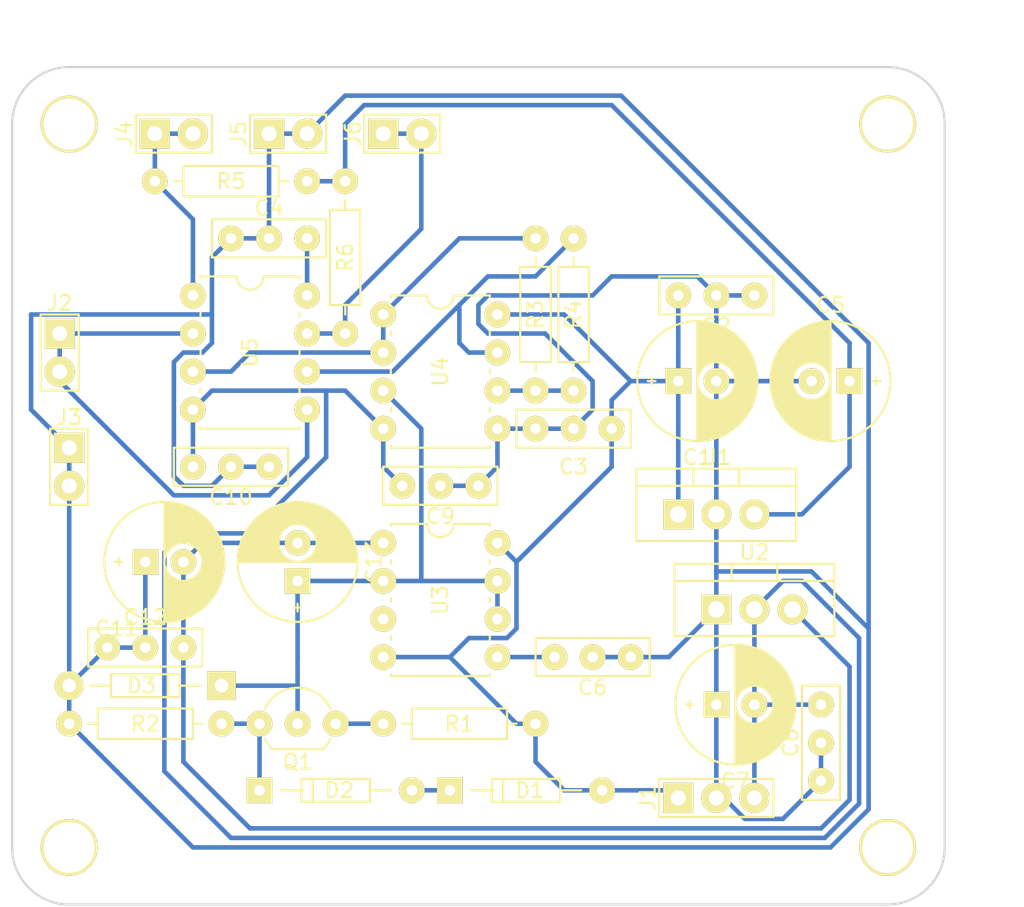
<source format=kicad_pcb>
(kicad_pcb (version 4) (host pcbnew 4.0.1-stable)

  (general
    (links 82)
    (no_connects 2)
    (area 142.164999 54.534999 204.545001 110.565001)
    (thickness 1.6)
    (drawings 10)
    (tracks 185)
    (zones 0)
    (modules 38)
    (nets 17)
  )

  (page A4)
  (title_block
    (title "PWM Generator")
    (date 2017-04-27)
    (rev 1)
    (company "Singapore Polytechnic")
  )

  (layers
    (0 F.Cu signal)
    (31 B.Cu signal)
    (32 B.Adhes user)
    (33 F.Adhes user)
    (34 B.Paste user)
    (35 F.Paste user)
    (36 B.SilkS user)
    (37 F.SilkS user)
    (38 B.Mask user)
    (39 F.Mask user)
    (40 Dwgs.User user)
    (41 Cmts.User user)
    (42 Eco1.User user)
    (43 Eco2.User user)
    (44 Edge.Cuts user)
    (45 Margin user)
    (46 B.CrtYd user)
    (47 F.CrtYd user)
    (48 B.Fab user)
    (49 F.Fab user)
  )

  (setup
    (last_trace_width 0.3048)
    (trace_clearance 0.2)
    (zone_clearance 0.508)
    (zone_45_only no)
    (trace_min 0.2)
    (segment_width 0.2)
    (edge_width 0.15)
    (via_size 0.6)
    (via_drill 0.4)
    (via_min_size 0.4)
    (via_min_drill 0.3)
    (uvia_size 0.3)
    (uvia_drill 0.1)
    (uvias_allowed no)
    (uvia_min_size 0.2)
    (uvia_min_drill 0.1)
    (pcb_text_width 0.3)
    (pcb_text_size 1.5 1.5)
    (mod_edge_width 0.15)
    (mod_text_size 1 1)
    (mod_text_width 0.15)
    (pad_size 1.524 1.524)
    (pad_drill 0.762)
    (pad_to_mask_clearance 0.2)
    (aux_axis_origin 0 0)
    (visible_elements 7FFEFFFF)
    (pcbplotparams
      (layerselection 0x01020_80000000)
      (usegerberextensions false)
      (excludeedgelayer true)
      (linewidth 0.100000)
      (plotframeref false)
      (viasonmask false)
      (mode 1)
      (useauxorigin false)
      (hpglpennumber 1)
      (hpglpenspeed 20)
      (hpglpendiameter 15)
      (hpglpenoverlay 2)
      (psnegative false)
      (psa4output false)
      (plotreference false)
      (plotvalue false)
      (plotinvisibletext false)
      (padsonsilk false)
      (subtractmaskfromsilk false)
      (outputformat 1)
      (mirror false)
      (drillshape 0)
      (scaleselection 1)
      (outputdirectory ""))
  )

  (net 0 "")
  (net 1 +8V)
  (net 2 GND)
  (net 3 +5V)
  (net 4 -8V)
  (net 5 -5V)
  (net 6 SawtoothWave)
  (net 7 "Net-(D1-Pad1)")
  (net 8 "Net-(D2-Pad1)")
  (net 9 SineWave)
  (net 10 "Net-(J4-Pad1)")
  (net 11 "Net-(J6-Pad1)")
  (net 12 "Net-(Q1-Pad3)")
  (net 13 "Net-(R3-Pad1)")
  (net 14 SawtoothBuffered)
  (net 15 SawtoothInverted)
  (net 16 "Net-(U3-Pad3)")

  (net_class Default "This is the default net class."
    (clearance 0.2)
    (trace_width 0.3048)
    (via_dia 0.6)
    (via_drill 0.4)
    (uvia_dia 0.3)
    (uvia_drill 0.1)
    (add_net +5V)
    (add_net +8V)
    (add_net -5V)
    (add_net -8V)
    (add_net GND)
    (add_net "Net-(D1-Pad1)")
    (add_net "Net-(D2-Pad1)")
    (add_net "Net-(J4-Pad1)")
    (add_net "Net-(J6-Pad1)")
    (add_net "Net-(Q1-Pad3)")
    (add_net "Net-(R3-Pad1)")
    (add_net "Net-(U3-Pad3)")
    (add_net SawtoothBuffered)
    (add_net SawtoothInverted)
    (add_net SawtoothWave)
    (add_net SineWave)
  )

  (module "Custom Footprint:Cap_Pol_Radial_D8_P2" (layer F.Cu) (tedit 58F09B01) (tstamp 59016C9A)
    (at 186.69 75.565)
    (descr "Radial Electrolytic Capacitor Diameter 8mm x Length 13mm, Pitch 3.8mm")
    (tags "Electrolytic Capacitor")
    (path /59017100)
    (fp_text reference C1 (at 1.27 5.08 180) (layer F.SilkS)
      (effects (font (size 1 1) (thickness 0.15)))
    )
    (fp_text value 33uF (at 1.27 -4.826) (layer F.Fab)
      (effects (font (size 1 1) (thickness 0.15)))
    )
    (fp_line (start -1.778 -0.254) (end -1.778 0.254) (layer F.SilkS) (width 0.15))
    (fp_line (start -1.524 0) (end -2.032 0) (layer F.SilkS) (width 0.15))
    (fp_line (start 1.27 -0.5715) (end 1.397 -0.6985) (layer F.SilkS) (width 0.15))
    (fp_line (start 1.397 -0.6985) (end 1.397 -3.8735) (layer F.SilkS) (width 0.15))
    (fp_line (start 1.397 3.937) (end 1.397 0.635) (layer F.SilkS) (width 0.15))
    (fp_line (start 1.524 3.937) (end 1.524 0.8255) (layer F.SilkS) (width 0.15))
    (fp_line (start 1.524 0.8255) (end 1.651 0.9525) (layer F.SilkS) (width 0.15))
    (fp_line (start 1.651 0.9525) (end 1.651 3.937) (layer F.SilkS) (width 0.15))
    (fp_line (start 1.651 3.937) (end 1.778 3.937) (layer F.SilkS) (width 0.15))
    (fp_line (start 1.778 3.937) (end 1.778 1.0795) (layer F.SilkS) (width 0.15))
    (fp_line (start 1.778 1.0795) (end 1.905 1.143) (layer F.SilkS) (width 0.15))
    (fp_line (start 1.905 1.143) (end 1.905 3.937) (layer F.SilkS) (width 0.15))
    (fp_line (start 1.905 3.937) (end 2.032 3.8735) (layer F.SilkS) (width 0.15))
    (fp_line (start 2.032 3.8735) (end 2.032 1.2065) (layer F.SilkS) (width 0.15))
    (fp_line (start 2.032 1.2065) (end 2.159 1.27) (layer F.SilkS) (width 0.15))
    (fp_line (start 2.159 1.27) (end 2.159 3.81) (layer F.SilkS) (width 0.15))
    (fp_line (start 2.159 3.81) (end 2.286 3.81) (layer F.SilkS) (width 0.15))
    (fp_line (start 2.286 3.81) (end 2.286 1.27) (layer F.SilkS) (width 0.15))
    (fp_line (start 2.286 1.27) (end 2.413 1.27) (layer F.SilkS) (width 0.15))
    (fp_line (start 2.413 1.27) (end 2.413 3.81) (layer F.SilkS) (width 0.15))
    (fp_line (start 2.413 3.81) (end 2.54 3.7465) (layer F.SilkS) (width 0.15))
    (fp_line (start 2.54 3.7465) (end 2.54 1.3335) (layer F.SilkS) (width 0.15))
    (fp_line (start 2.54 1.3335) (end 2.667 1.3335) (layer F.SilkS) (width 0.15))
    (fp_line (start 2.667 1.3335) (end 2.667 3.683) (layer F.SilkS) (width 0.15))
    (fp_line (start 2.667 3.683) (end 2.794 3.6195) (layer F.SilkS) (width 0.15))
    (fp_line (start 2.794 3.6195) (end 2.794 1.27) (layer F.SilkS) (width 0.15))
    (fp_line (start 2.794 1.27) (end 2.921 1.2065) (layer F.SilkS) (width 0.15))
    (fp_line (start 2.921 1.2065) (end 2.921 3.6195) (layer F.SilkS) (width 0.15))
    (fp_line (start 2.921 3.6195) (end 3.048 3.4925) (layer F.SilkS) (width 0.15))
    (fp_line (start 3.048 3.4925) (end 3.048 1.2065) (layer F.SilkS) (width 0.15))
    (fp_line (start 3.048 1.2065) (end 3.175 1.143) (layer F.SilkS) (width 0.15))
    (fp_line (start 3.175 1.143) (end 3.175 3.4925) (layer F.SilkS) (width 0.15))
    (fp_line (start 3.175 3.4925) (end 3.302 3.3655) (layer F.SilkS) (width 0.15))
    (fp_line (start 3.302 3.3655) (end 3.302 1.016) (layer F.SilkS) (width 0.15))
    (fp_line (start 3.302 1.016) (end 3.429 0.9525) (layer F.SilkS) (width 0.15))
    (fp_line (start 3.429 0.9525) (end 3.429 3.3655) (layer F.SilkS) (width 0.15))
    (fp_line (start 3.429 3.3655) (end 3.556 3.175) (layer F.SilkS) (width 0.15))
    (fp_line (start 3.556 3.175) (end 3.556 0.8255) (layer F.SilkS) (width 0.15))
    (fp_line (start 3.556 0.8255) (end 3.683 0.635) (layer F.SilkS) (width 0.15))
    (fp_line (start 3.683 0.635) (end 3.683 3.1115) (layer F.SilkS) (width 0.15))
    (fp_line (start 1.524 -3.937) (end 1.524 -0.8255) (layer F.SilkS) (width 0.15))
    (fp_line (start 1.524 -0.8255) (end 1.651 -0.9525) (layer F.SilkS) (width 0.15))
    (fp_line (start 1.651 -0.9525) (end 1.651 -3.937) (layer F.SilkS) (width 0.15))
    (fp_line (start 1.651 -3.937) (end 1.778 -3.8735) (layer F.SilkS) (width 0.15))
    (fp_line (start 1.778 -3.8735) (end 1.778 -1.0795) (layer F.SilkS) (width 0.15))
    (fp_line (start 1.778 -1.0795) (end 1.905 -1.2065) (layer F.SilkS) (width 0.15))
    (fp_line (start 1.905 -1.2065) (end 1.905 -3.937) (layer F.SilkS) (width 0.15))
    (fp_line (start 1.905 -3.937) (end 2.032 -3.8735) (layer F.SilkS) (width 0.15))
    (fp_line (start 2.032 -3.8735) (end 2.032 -1.2065) (layer F.SilkS) (width 0.15))
    (fp_line (start 2.032 -1.2065) (end 2.159 -1.27) (layer F.SilkS) (width 0.15))
    (fp_line (start 2.159 -1.27) (end 2.159 -3.81) (layer F.SilkS) (width 0.15))
    (fp_line (start 2.159 -3.81) (end 2.286 -3.81) (layer F.SilkS) (width 0.15))
    (fp_line (start 2.286 -3.81) (end 2.286 -1.27) (layer F.SilkS) (width 0.15))
    (fp_line (start 2.286 -1.27) (end 2.413 -1.27) (layer F.SilkS) (width 0.15))
    (fp_line (start 2.413 -1.27) (end 2.413 -3.81) (layer F.SilkS) (width 0.15))
    (fp_line (start 2.413 -3.81) (end 2.54 -3.7465) (layer F.SilkS) (width 0.15))
    (fp_line (start 2.54 -3.7465) (end 2.54 -1.27) (layer F.SilkS) (width 0.15))
    (fp_line (start 2.54 -1.27) (end 2.667 -1.27) (layer F.SilkS) (width 0.15))
    (fp_line (start 2.667 -1.27) (end 2.667 -3.7465) (layer F.SilkS) (width 0.15))
    (fp_line (start 2.667 -3.7465) (end 2.794 -3.683) (layer F.SilkS) (width 0.15))
    (fp_line (start 2.794 -3.683) (end 2.794 -1.27) (layer F.SilkS) (width 0.15))
    (fp_line (start 2.794 -1.27) (end 2.921 -1.27) (layer F.SilkS) (width 0.15))
    (fp_line (start 2.921 -1.27) (end 2.921 -3.6195) (layer F.SilkS) (width 0.15))
    (fp_line (start 2.921 -3.6195) (end 3.048 -3.556) (layer F.SilkS) (width 0.15))
    (fp_line (start 3.048 -3.556) (end 3.048 -1.2065) (layer F.SilkS) (width 0.15))
    (fp_line (start 3.048 -1.2065) (end 3.175 -1.143) (layer F.SilkS) (width 0.15))
    (fp_line (start 3.175 -1.143) (end 3.175 -3.4925) (layer F.SilkS) (width 0.15))
    (fp_line (start 3.175 -3.4925) (end 3.302 -3.429) (layer F.SilkS) (width 0.15))
    (fp_line (start 3.302 -3.429) (end 3.302 -1.016) (layer F.SilkS) (width 0.15))
    (fp_line (start 3.302 -1.016) (end 3.429 -0.9525) (layer F.SilkS) (width 0.15))
    (fp_line (start 3.429 -0.9525) (end 3.429 -3.302) (layer F.SilkS) (width 0.15))
    (fp_line (start 3.429 -3.302) (end 3.556 -3.2385) (layer F.SilkS) (width 0.15))
    (fp_line (start 3.556 -3.2385) (end 3.556 -0.8255) (layer F.SilkS) (width 0.15))
    (fp_line (start 3.556 -0.8255) (end 3.683 -0.635) (layer F.SilkS) (width 0.15))
    (fp_line (start 3.683 -0.635) (end 3.683 -3.1115) (layer F.SilkS) (width 0.15))
    (fp_line (start 3.81 -2.9845) (end 4.191 -2.6035) (layer F.SilkS) (width 0.15))
    (fp_line (start 4.7625 -1.905) (end 4.6355 -1.9685) (layer F.SilkS) (width 0.15))
    (fp_line (start 4.6355 -1.9685) (end 4.445 -2.032) (layer F.SilkS) (width 0.15))
    (fp_line (start 5.0165 1.2065) (end 5.0165 1.016) (layer F.SilkS) (width 0.15))
    (fp_line (start 3.937 2.8575) (end 4.064 2.7305) (layer F.SilkS) (width 0.15))
    (fp_line (start 4.445 2.2225) (end 4.5085 2.159) (layer F.SilkS) (width 0.15))
    (fp_circle (center 2.54 0) (end 3.81 0) (layer F.SilkS) (width 0.15))
    (fp_line (start 1.27 -4.0005) (end 1.27 3.937) (layer F.SilkS) (width 0.15))
    (fp_line (start 1.27 3.937) (end 1.397 3.937) (layer F.SilkS) (width 0.15))
    (fp_line (start 3.683 -3.175) (end 3.81 -3.048) (layer F.SilkS) (width 0.15))
    (fp_line (start 3.81 -3.048) (end 3.81 3.048) (layer F.SilkS) (width 0.15))
    (fp_line (start 3.81 3.048) (end 3.937 2.8575) (layer F.SilkS) (width 0.15))
    (fp_line (start 3.937 2.8575) (end 3.937 -2.8575) (layer F.SilkS) (width 0.15))
    (fp_line (start 3.937 -2.8575) (end 4.064 -2.794) (layer F.SilkS) (width 0.15))
    (fp_line (start 4.064 -2.794) (end 4.064 2.7305) (layer F.SilkS) (width 0.15))
    (fp_line (start 4.064 2.7305) (end 4.191 2.6035) (layer F.SilkS) (width 0.15))
    (fp_line (start 4.191 2.6035) (end 4.191 -2.6035) (layer F.SilkS) (width 0.15))
    (fp_line (start 4.191 -2.6035) (end 4.318 -2.4765) (layer F.SilkS) (width 0.15))
    (fp_line (start 4.318 -2.4765) (end 4.318 2.4765) (layer F.SilkS) (width 0.15))
    (fp_line (start 4.318 2.4765) (end 4.445 2.3495) (layer F.SilkS) (width 0.15))
    (fp_line (start 4.445 2.3495) (end 4.445 -2.413) (layer F.SilkS) (width 0.15))
    (fp_line (start 4.445 -2.413) (end 4.572 -2.159) (layer F.SilkS) (width 0.15))
    (fp_line (start 4.572 -2.159) (end 4.572 2.0955) (layer F.SilkS) (width 0.15))
    (fp_line (start 4.572 2.0955) (end 4.699 1.905) (layer F.SilkS) (width 0.15))
    (fp_line (start 4.699 1.905) (end 4.699 -1.905) (layer F.SilkS) (width 0.15))
    (fp_line (start 4.699 -1.905) (end 4.826 -1.651) (layer F.SilkS) (width 0.15))
    (fp_line (start 4.826 -1.651) (end 4.826 1.7145) (layer F.SilkS) (width 0.15))
    (fp_line (start 4.826 1.7145) (end 4.953 1.3335) (layer F.SilkS) (width 0.15))
    (fp_line (start 4.953 1.3335) (end 4.953 -1.4605) (layer F.SilkS) (width 0.15))
    (fp_line (start 4.953 -1.4605) (end 5.08 -1.0795) (layer F.SilkS) (width 0.15))
    (fp_line (start 5.08 -1.0795) (end 5.08 1.016) (layer F.SilkS) (width 0.15))
    (fp_line (start 5.08 1.016) (end 5.1435 0.6985) (layer F.SilkS) (width 0.15))
    (fp_line (start 5.1435 0.6985) (end 5.1435 -0.5715) (layer F.SilkS) (width 0.15))
    (fp_circle (center 1.27 0) (end 5.27 0) (layer F.SilkS) (width 0.15))
    (pad 1 thru_hole rect (at 0 0) (size 1.716 1.716) (drill 0.7) (layers *.Cu *.Mask F.SilkS)
      (net 1 +8V))
    (pad 2 thru_hole circle (at 2.54 0) (size 1.716 1.716) (drill 0.7) (layers *.Cu *.Mask F.SilkS)
      (net 2 GND))
    (model Capacitors_ThroughHole.3dshapes/C_Radial_D8_L13_P3.8.wrl
      (at (xyz 0.0748031 0 0))
      (scale (xyz 1 1 1))
      (rotate (xyz 0 0 90))
    )
  )

  (module "Custom Footprint:Cap_UnPol_P3" (layer F.Cu) (tedit 58F35BC5) (tstamp 59016CA9)
    (at 186.69 69.85 90)
    (descr "Through hole pin header")
    (tags "pin header")
    (path /590233B7)
    (fp_text reference C2 (at -2.032 2.54 180) (layer F.SilkS)
      (effects (font (size 1 1) (thickness 0.15)))
    )
    (fp_text value 100nF (at 2.032 2.54 180) (layer F.Fab)
      (effects (font (size 1 1) (thickness 0.15)))
    )
    (fp_line (start 1.27 3.81) (end 1.27 6.35) (layer F.SilkS) (width 0.15))
    (fp_line (start 1.27 6.35) (end -1.27 6.35) (layer F.SilkS) (width 0.15))
    (fp_line (start -1.27 6.35) (end -1.27 3.81) (layer F.SilkS) (width 0.15))
    (fp_line (start -1.27 1.27) (end -1.27 -1.27) (layer F.SilkS) (width 0.15))
    (fp_line (start -1.27 -1.27) (end 1.27 -1.27) (layer F.SilkS) (width 0.15))
    (fp_line (start 1.27 -1.27) (end 1.27 1.27) (layer F.SilkS) (width 0.15))
    (fp_line (start 1.27 1.27) (end 1.27 3.81) (layer F.SilkS) (width 0.15))
    (fp_line (start -1.27 1.27) (end -1.27 3.81) (layer F.SilkS) (width 0.15))
    (pad 1 thru_hole circle (at 0 0 90) (size 1.716 1.716) (drill 0.7) (layers *.Cu *.Mask F.SilkS)
      (net 1 +8V))
    (pad 2 thru_hole circle (at 0 2.54 90) (size 1.716 1.716) (drill 0.7) (layers *.Cu *.Mask F.SilkS)
      (net 2 GND))
    (pad 2 thru_hole circle (at 0 5.08 90) (size 1.716 1.716) (drill 0.7) (layers *.Cu *.Mask F.SilkS)
      (net 2 GND))
    (model Pin_Headers.3dshapes/Pin_Header_Straight_1x02.wrl
      (at (xyz 0 -0.05 0))
      (scale (xyz 1 1 1))
      (rotate (xyz 0 0 90))
    )
  )

  (module "Custom Footprint:Cap_UnPol_P3" (layer F.Cu) (tedit 59016A25) (tstamp 59016CB8)
    (at 182.245 78.74 270)
    (descr "Through hole pin header")
    (tags "pin header")
    (path /5902334F)
    (fp_text reference C3 (at 2.54 2.54 360) (layer F.SilkS)
      (effects (font (size 1 1) (thickness 0.15)))
    )
    (fp_text value 100nF (at 2.032 2.54 360) (layer F.Fab)
      (effects (font (size 1 1) (thickness 0.15)))
    )
    (fp_line (start 1.27 3.81) (end 1.27 6.35) (layer F.SilkS) (width 0.15))
    (fp_line (start 1.27 6.35) (end -1.27 6.35) (layer F.SilkS) (width 0.15))
    (fp_line (start -1.27 6.35) (end -1.27 3.81) (layer F.SilkS) (width 0.15))
    (fp_line (start -1.27 1.27) (end -1.27 -1.27) (layer F.SilkS) (width 0.15))
    (fp_line (start -1.27 -1.27) (end 1.27 -1.27) (layer F.SilkS) (width 0.15))
    (fp_line (start 1.27 -1.27) (end 1.27 1.27) (layer F.SilkS) (width 0.15))
    (fp_line (start 1.27 1.27) (end 1.27 3.81) (layer F.SilkS) (width 0.15))
    (fp_line (start -1.27 1.27) (end -1.27 3.81) (layer F.SilkS) (width 0.15))
    (pad 1 thru_hole circle (at 0 0 270) (size 1.716 1.716) (drill 0.7) (layers *.Cu *.Mask F.SilkS)
      (net 1 +8V))
    (pad 2 thru_hole circle (at 0 2.54 270) (size 1.716 1.716) (drill 0.7) (layers *.Cu *.Mask F.SilkS)
      (net 2 GND))
    (pad 2 thru_hole circle (at 0 5.08 270) (size 1.716 1.716) (drill 0.7) (layers *.Cu *.Mask F.SilkS)
      (net 2 GND))
    (model Pin_Headers.3dshapes/Pin_Header_Straight_1x02.wrl
      (at (xyz 0 -0.05 0))
      (scale (xyz 1 1 1))
      (rotate (xyz 0 0 90))
    )
  )

  (module "Custom Footprint:Cap_UnPol_P3" (layer F.Cu) (tedit 58F35BC5) (tstamp 59016CC7)
    (at 161.925 66.04 270)
    (descr "Through hole pin header")
    (tags "pin header")
    (path /59017148)
    (fp_text reference C4 (at -2.032 2.54 360) (layer F.SilkS)
      (effects (font (size 1 1) (thickness 0.15)))
    )
    (fp_text value 100nF (at 2.032 2.54 360) (layer F.Fab)
      (effects (font (size 1 1) (thickness 0.15)))
    )
    (fp_line (start 1.27 3.81) (end 1.27 6.35) (layer F.SilkS) (width 0.15))
    (fp_line (start 1.27 6.35) (end -1.27 6.35) (layer F.SilkS) (width 0.15))
    (fp_line (start -1.27 6.35) (end -1.27 3.81) (layer F.SilkS) (width 0.15))
    (fp_line (start -1.27 1.27) (end -1.27 -1.27) (layer F.SilkS) (width 0.15))
    (fp_line (start -1.27 -1.27) (end 1.27 -1.27) (layer F.SilkS) (width 0.15))
    (fp_line (start 1.27 -1.27) (end 1.27 1.27) (layer F.SilkS) (width 0.15))
    (fp_line (start 1.27 1.27) (end 1.27 3.81) (layer F.SilkS) (width 0.15))
    (fp_line (start -1.27 1.27) (end -1.27 3.81) (layer F.SilkS) (width 0.15))
    (pad 1 thru_hole circle (at 0 0 270) (size 1.716 1.716) (drill 0.7) (layers *.Cu *.Mask F.SilkS)
      (net 1 +8V))
    (pad 2 thru_hole circle (at 0 2.54 270) (size 1.716 1.716) (drill 0.7) (layers *.Cu *.Mask F.SilkS)
      (net 2 GND))
    (pad 2 thru_hole circle (at 0 5.08 270) (size 1.716 1.716) (drill 0.7) (layers *.Cu *.Mask F.SilkS)
      (net 2 GND))
    (model Pin_Headers.3dshapes/Pin_Header_Straight_1x02.wrl
      (at (xyz 0 -0.05 0))
      (scale (xyz 1 1 1))
      (rotate (xyz 0 0 90))
    )
  )

  (module "Custom Footprint:Cap_Pol_Radial_D8_P2" (layer F.Cu) (tedit 58F09B01) (tstamp 59016D3A)
    (at 198.12 75.565 180)
    (descr "Radial Electrolytic Capacitor Diameter 8mm x Length 13mm, Pitch 3.8mm")
    (tags "Electrolytic Capacitor")
    (path /590172D5)
    (fp_text reference C5 (at 1.27 5.08 360) (layer F.SilkS)
      (effects (font (size 1 1) (thickness 0.15)))
    )
    (fp_text value 33uF (at 1.27 -4.826 180) (layer F.Fab)
      (effects (font (size 1 1) (thickness 0.15)))
    )
    (fp_line (start -1.778 -0.254) (end -1.778 0.254) (layer F.SilkS) (width 0.15))
    (fp_line (start -1.524 0) (end -2.032 0) (layer F.SilkS) (width 0.15))
    (fp_line (start 1.27 -0.5715) (end 1.397 -0.6985) (layer F.SilkS) (width 0.15))
    (fp_line (start 1.397 -0.6985) (end 1.397 -3.8735) (layer F.SilkS) (width 0.15))
    (fp_line (start 1.397 3.937) (end 1.397 0.635) (layer F.SilkS) (width 0.15))
    (fp_line (start 1.524 3.937) (end 1.524 0.8255) (layer F.SilkS) (width 0.15))
    (fp_line (start 1.524 0.8255) (end 1.651 0.9525) (layer F.SilkS) (width 0.15))
    (fp_line (start 1.651 0.9525) (end 1.651 3.937) (layer F.SilkS) (width 0.15))
    (fp_line (start 1.651 3.937) (end 1.778 3.937) (layer F.SilkS) (width 0.15))
    (fp_line (start 1.778 3.937) (end 1.778 1.0795) (layer F.SilkS) (width 0.15))
    (fp_line (start 1.778 1.0795) (end 1.905 1.143) (layer F.SilkS) (width 0.15))
    (fp_line (start 1.905 1.143) (end 1.905 3.937) (layer F.SilkS) (width 0.15))
    (fp_line (start 1.905 3.937) (end 2.032 3.8735) (layer F.SilkS) (width 0.15))
    (fp_line (start 2.032 3.8735) (end 2.032 1.2065) (layer F.SilkS) (width 0.15))
    (fp_line (start 2.032 1.2065) (end 2.159 1.27) (layer F.SilkS) (width 0.15))
    (fp_line (start 2.159 1.27) (end 2.159 3.81) (layer F.SilkS) (width 0.15))
    (fp_line (start 2.159 3.81) (end 2.286 3.81) (layer F.SilkS) (width 0.15))
    (fp_line (start 2.286 3.81) (end 2.286 1.27) (layer F.SilkS) (width 0.15))
    (fp_line (start 2.286 1.27) (end 2.413 1.27) (layer F.SilkS) (width 0.15))
    (fp_line (start 2.413 1.27) (end 2.413 3.81) (layer F.SilkS) (width 0.15))
    (fp_line (start 2.413 3.81) (end 2.54 3.7465) (layer F.SilkS) (width 0.15))
    (fp_line (start 2.54 3.7465) (end 2.54 1.3335) (layer F.SilkS) (width 0.15))
    (fp_line (start 2.54 1.3335) (end 2.667 1.3335) (layer F.SilkS) (width 0.15))
    (fp_line (start 2.667 1.3335) (end 2.667 3.683) (layer F.SilkS) (width 0.15))
    (fp_line (start 2.667 3.683) (end 2.794 3.6195) (layer F.SilkS) (width 0.15))
    (fp_line (start 2.794 3.6195) (end 2.794 1.27) (layer F.SilkS) (width 0.15))
    (fp_line (start 2.794 1.27) (end 2.921 1.2065) (layer F.SilkS) (width 0.15))
    (fp_line (start 2.921 1.2065) (end 2.921 3.6195) (layer F.SilkS) (width 0.15))
    (fp_line (start 2.921 3.6195) (end 3.048 3.4925) (layer F.SilkS) (width 0.15))
    (fp_line (start 3.048 3.4925) (end 3.048 1.2065) (layer F.SilkS) (width 0.15))
    (fp_line (start 3.048 1.2065) (end 3.175 1.143) (layer F.SilkS) (width 0.15))
    (fp_line (start 3.175 1.143) (end 3.175 3.4925) (layer F.SilkS) (width 0.15))
    (fp_line (start 3.175 3.4925) (end 3.302 3.3655) (layer F.SilkS) (width 0.15))
    (fp_line (start 3.302 3.3655) (end 3.302 1.016) (layer F.SilkS) (width 0.15))
    (fp_line (start 3.302 1.016) (end 3.429 0.9525) (layer F.SilkS) (width 0.15))
    (fp_line (start 3.429 0.9525) (end 3.429 3.3655) (layer F.SilkS) (width 0.15))
    (fp_line (start 3.429 3.3655) (end 3.556 3.175) (layer F.SilkS) (width 0.15))
    (fp_line (start 3.556 3.175) (end 3.556 0.8255) (layer F.SilkS) (width 0.15))
    (fp_line (start 3.556 0.8255) (end 3.683 0.635) (layer F.SilkS) (width 0.15))
    (fp_line (start 3.683 0.635) (end 3.683 3.1115) (layer F.SilkS) (width 0.15))
    (fp_line (start 1.524 -3.937) (end 1.524 -0.8255) (layer F.SilkS) (width 0.15))
    (fp_line (start 1.524 -0.8255) (end 1.651 -0.9525) (layer F.SilkS) (width 0.15))
    (fp_line (start 1.651 -0.9525) (end 1.651 -3.937) (layer F.SilkS) (width 0.15))
    (fp_line (start 1.651 -3.937) (end 1.778 -3.8735) (layer F.SilkS) (width 0.15))
    (fp_line (start 1.778 -3.8735) (end 1.778 -1.0795) (layer F.SilkS) (width 0.15))
    (fp_line (start 1.778 -1.0795) (end 1.905 -1.2065) (layer F.SilkS) (width 0.15))
    (fp_line (start 1.905 -1.2065) (end 1.905 -3.937) (layer F.SilkS) (width 0.15))
    (fp_line (start 1.905 -3.937) (end 2.032 -3.8735) (layer F.SilkS) (width 0.15))
    (fp_line (start 2.032 -3.8735) (end 2.032 -1.2065) (layer F.SilkS) (width 0.15))
    (fp_line (start 2.032 -1.2065) (end 2.159 -1.27) (layer F.SilkS) (width 0.15))
    (fp_line (start 2.159 -1.27) (end 2.159 -3.81) (layer F.SilkS) (width 0.15))
    (fp_line (start 2.159 -3.81) (end 2.286 -3.81) (layer F.SilkS) (width 0.15))
    (fp_line (start 2.286 -3.81) (end 2.286 -1.27) (layer F.SilkS) (width 0.15))
    (fp_line (start 2.286 -1.27) (end 2.413 -1.27) (layer F.SilkS) (width 0.15))
    (fp_line (start 2.413 -1.27) (end 2.413 -3.81) (layer F.SilkS) (width 0.15))
    (fp_line (start 2.413 -3.81) (end 2.54 -3.7465) (layer F.SilkS) (width 0.15))
    (fp_line (start 2.54 -3.7465) (end 2.54 -1.27) (layer F.SilkS) (width 0.15))
    (fp_line (start 2.54 -1.27) (end 2.667 -1.27) (layer F.SilkS) (width 0.15))
    (fp_line (start 2.667 -1.27) (end 2.667 -3.7465) (layer F.SilkS) (width 0.15))
    (fp_line (start 2.667 -3.7465) (end 2.794 -3.683) (layer F.SilkS) (width 0.15))
    (fp_line (start 2.794 -3.683) (end 2.794 -1.27) (layer F.SilkS) (width 0.15))
    (fp_line (start 2.794 -1.27) (end 2.921 -1.27) (layer F.SilkS) (width 0.15))
    (fp_line (start 2.921 -1.27) (end 2.921 -3.6195) (layer F.SilkS) (width 0.15))
    (fp_line (start 2.921 -3.6195) (end 3.048 -3.556) (layer F.SilkS) (width 0.15))
    (fp_line (start 3.048 -3.556) (end 3.048 -1.2065) (layer F.SilkS) (width 0.15))
    (fp_line (start 3.048 -1.2065) (end 3.175 -1.143) (layer F.SilkS) (width 0.15))
    (fp_line (start 3.175 -1.143) (end 3.175 -3.4925) (layer F.SilkS) (width 0.15))
    (fp_line (start 3.175 -3.4925) (end 3.302 -3.429) (layer F.SilkS) (width 0.15))
    (fp_line (start 3.302 -3.429) (end 3.302 -1.016) (layer F.SilkS) (width 0.15))
    (fp_line (start 3.302 -1.016) (end 3.429 -0.9525) (layer F.SilkS) (width 0.15))
    (fp_line (start 3.429 -0.9525) (end 3.429 -3.302) (layer F.SilkS) (width 0.15))
    (fp_line (start 3.429 -3.302) (end 3.556 -3.2385) (layer F.SilkS) (width 0.15))
    (fp_line (start 3.556 -3.2385) (end 3.556 -0.8255) (layer F.SilkS) (width 0.15))
    (fp_line (start 3.556 -0.8255) (end 3.683 -0.635) (layer F.SilkS) (width 0.15))
    (fp_line (start 3.683 -0.635) (end 3.683 -3.1115) (layer F.SilkS) (width 0.15))
    (fp_line (start 3.81 -2.9845) (end 4.191 -2.6035) (layer F.SilkS) (width 0.15))
    (fp_line (start 4.7625 -1.905) (end 4.6355 -1.9685) (layer F.SilkS) (width 0.15))
    (fp_line (start 4.6355 -1.9685) (end 4.445 -2.032) (layer F.SilkS) (width 0.15))
    (fp_line (start 5.0165 1.2065) (end 5.0165 1.016) (layer F.SilkS) (width 0.15))
    (fp_line (start 3.937 2.8575) (end 4.064 2.7305) (layer F.SilkS) (width 0.15))
    (fp_line (start 4.445 2.2225) (end 4.5085 2.159) (layer F.SilkS) (width 0.15))
    (fp_circle (center 2.54 0) (end 3.81 0) (layer F.SilkS) (width 0.15))
    (fp_line (start 1.27 -4.0005) (end 1.27 3.937) (layer F.SilkS) (width 0.15))
    (fp_line (start 1.27 3.937) (end 1.397 3.937) (layer F.SilkS) (width 0.15))
    (fp_line (start 3.683 -3.175) (end 3.81 -3.048) (layer F.SilkS) (width 0.15))
    (fp_line (start 3.81 -3.048) (end 3.81 3.048) (layer F.SilkS) (width 0.15))
    (fp_line (start 3.81 3.048) (end 3.937 2.8575) (layer F.SilkS) (width 0.15))
    (fp_line (start 3.937 2.8575) (end 3.937 -2.8575) (layer F.SilkS) (width 0.15))
    (fp_line (start 3.937 -2.8575) (end 4.064 -2.794) (layer F.SilkS) (width 0.15))
    (fp_line (start 4.064 -2.794) (end 4.064 2.7305) (layer F.SilkS) (width 0.15))
    (fp_line (start 4.064 2.7305) (end 4.191 2.6035) (layer F.SilkS) (width 0.15))
    (fp_line (start 4.191 2.6035) (end 4.191 -2.6035) (layer F.SilkS) (width 0.15))
    (fp_line (start 4.191 -2.6035) (end 4.318 -2.4765) (layer F.SilkS) (width 0.15))
    (fp_line (start 4.318 -2.4765) (end 4.318 2.4765) (layer F.SilkS) (width 0.15))
    (fp_line (start 4.318 2.4765) (end 4.445 2.3495) (layer F.SilkS) (width 0.15))
    (fp_line (start 4.445 2.3495) (end 4.445 -2.413) (layer F.SilkS) (width 0.15))
    (fp_line (start 4.445 -2.413) (end 4.572 -2.159) (layer F.SilkS) (width 0.15))
    (fp_line (start 4.572 -2.159) (end 4.572 2.0955) (layer F.SilkS) (width 0.15))
    (fp_line (start 4.572 2.0955) (end 4.699 1.905) (layer F.SilkS) (width 0.15))
    (fp_line (start 4.699 1.905) (end 4.699 -1.905) (layer F.SilkS) (width 0.15))
    (fp_line (start 4.699 -1.905) (end 4.826 -1.651) (layer F.SilkS) (width 0.15))
    (fp_line (start 4.826 -1.651) (end 4.826 1.7145) (layer F.SilkS) (width 0.15))
    (fp_line (start 4.826 1.7145) (end 4.953 1.3335) (layer F.SilkS) (width 0.15))
    (fp_line (start 4.953 1.3335) (end 4.953 -1.4605) (layer F.SilkS) (width 0.15))
    (fp_line (start 4.953 -1.4605) (end 5.08 -1.0795) (layer F.SilkS) (width 0.15))
    (fp_line (start 5.08 -1.0795) (end 5.08 1.016) (layer F.SilkS) (width 0.15))
    (fp_line (start 5.08 1.016) (end 5.1435 0.6985) (layer F.SilkS) (width 0.15))
    (fp_line (start 5.1435 0.6985) (end 5.1435 -0.5715) (layer F.SilkS) (width 0.15))
    (fp_circle (center 1.27 0) (end 5.27 0) (layer F.SilkS) (width 0.15))
    (pad 1 thru_hole rect (at 0 0 180) (size 1.716 1.716) (drill 0.7) (layers *.Cu *.Mask F.SilkS)
      (net 3 +5V))
    (pad 2 thru_hole circle (at 2.54 0 180) (size 1.716 1.716) (drill 0.7) (layers *.Cu *.Mask F.SilkS)
      (net 2 GND))
    (model Capacitors_ThroughHole.3dshapes/C_Radial_D8_L13_P3.8.wrl
      (at (xyz 0.0748031 0 0))
      (scale (xyz 1 1 1))
      (rotate (xyz 0 0 90))
    )
  )

  (module "Custom Footprint:Cap_UnPol_P3" (layer F.Cu) (tedit 58F35BC5) (tstamp 59016D49)
    (at 178.435 93.98 90)
    (descr "Through hole pin header")
    (tags "pin header")
    (path /59017336)
    (fp_text reference C6 (at -2.032 2.54 180) (layer F.SilkS)
      (effects (font (size 1 1) (thickness 0.15)))
    )
    (fp_text value 100nF (at 2.032 2.54 180) (layer F.Fab)
      (effects (font (size 1 1) (thickness 0.15)))
    )
    (fp_line (start 1.27 3.81) (end 1.27 6.35) (layer F.SilkS) (width 0.15))
    (fp_line (start 1.27 6.35) (end -1.27 6.35) (layer F.SilkS) (width 0.15))
    (fp_line (start -1.27 6.35) (end -1.27 3.81) (layer F.SilkS) (width 0.15))
    (fp_line (start -1.27 1.27) (end -1.27 -1.27) (layer F.SilkS) (width 0.15))
    (fp_line (start -1.27 -1.27) (end 1.27 -1.27) (layer F.SilkS) (width 0.15))
    (fp_line (start 1.27 -1.27) (end 1.27 1.27) (layer F.SilkS) (width 0.15))
    (fp_line (start 1.27 1.27) (end 1.27 3.81) (layer F.SilkS) (width 0.15))
    (fp_line (start -1.27 1.27) (end -1.27 3.81) (layer F.SilkS) (width 0.15))
    (pad 1 thru_hole circle (at 0 0 90) (size 1.716 1.716) (drill 0.7) (layers *.Cu *.Mask F.SilkS)
      (net 3 +5V))
    (pad 2 thru_hole circle (at 0 2.54 90) (size 1.716 1.716) (drill 0.7) (layers *.Cu *.Mask F.SilkS)
      (net 2 GND))
    (pad 2 thru_hole circle (at 0 5.08 90) (size 1.716 1.716) (drill 0.7) (layers *.Cu *.Mask F.SilkS)
      (net 2 GND))
    (model Pin_Headers.3dshapes/Pin_Header_Straight_1x02.wrl
      (at (xyz 0 -0.05 0))
      (scale (xyz 1 1 1))
      (rotate (xyz 0 0 90))
    )
  )

  (module "Custom Footprint:Cap_Pol_Radial_D8_P2" (layer F.Cu) (tedit 58F09B01) (tstamp 59016DBC)
    (at 189.23 97.155)
    (descr "Radial Electrolytic Capacitor Diameter 8mm x Length 13mm, Pitch 3.8mm")
    (tags "Electrolytic Capacitor")
    (path /590175F8)
    (fp_text reference C7 (at 1.27 5.08 180) (layer F.SilkS)
      (effects (font (size 1 1) (thickness 0.15)))
    )
    (fp_text value 33uF (at 1.27 -4.826) (layer F.Fab)
      (effects (font (size 1 1) (thickness 0.15)))
    )
    (fp_line (start -1.778 -0.254) (end -1.778 0.254) (layer F.SilkS) (width 0.15))
    (fp_line (start -1.524 0) (end -2.032 0) (layer F.SilkS) (width 0.15))
    (fp_line (start 1.27 -0.5715) (end 1.397 -0.6985) (layer F.SilkS) (width 0.15))
    (fp_line (start 1.397 -0.6985) (end 1.397 -3.8735) (layer F.SilkS) (width 0.15))
    (fp_line (start 1.397 3.937) (end 1.397 0.635) (layer F.SilkS) (width 0.15))
    (fp_line (start 1.524 3.937) (end 1.524 0.8255) (layer F.SilkS) (width 0.15))
    (fp_line (start 1.524 0.8255) (end 1.651 0.9525) (layer F.SilkS) (width 0.15))
    (fp_line (start 1.651 0.9525) (end 1.651 3.937) (layer F.SilkS) (width 0.15))
    (fp_line (start 1.651 3.937) (end 1.778 3.937) (layer F.SilkS) (width 0.15))
    (fp_line (start 1.778 3.937) (end 1.778 1.0795) (layer F.SilkS) (width 0.15))
    (fp_line (start 1.778 1.0795) (end 1.905 1.143) (layer F.SilkS) (width 0.15))
    (fp_line (start 1.905 1.143) (end 1.905 3.937) (layer F.SilkS) (width 0.15))
    (fp_line (start 1.905 3.937) (end 2.032 3.8735) (layer F.SilkS) (width 0.15))
    (fp_line (start 2.032 3.8735) (end 2.032 1.2065) (layer F.SilkS) (width 0.15))
    (fp_line (start 2.032 1.2065) (end 2.159 1.27) (layer F.SilkS) (width 0.15))
    (fp_line (start 2.159 1.27) (end 2.159 3.81) (layer F.SilkS) (width 0.15))
    (fp_line (start 2.159 3.81) (end 2.286 3.81) (layer F.SilkS) (width 0.15))
    (fp_line (start 2.286 3.81) (end 2.286 1.27) (layer F.SilkS) (width 0.15))
    (fp_line (start 2.286 1.27) (end 2.413 1.27) (layer F.SilkS) (width 0.15))
    (fp_line (start 2.413 1.27) (end 2.413 3.81) (layer F.SilkS) (width 0.15))
    (fp_line (start 2.413 3.81) (end 2.54 3.7465) (layer F.SilkS) (width 0.15))
    (fp_line (start 2.54 3.7465) (end 2.54 1.3335) (layer F.SilkS) (width 0.15))
    (fp_line (start 2.54 1.3335) (end 2.667 1.3335) (layer F.SilkS) (width 0.15))
    (fp_line (start 2.667 1.3335) (end 2.667 3.683) (layer F.SilkS) (width 0.15))
    (fp_line (start 2.667 3.683) (end 2.794 3.6195) (layer F.SilkS) (width 0.15))
    (fp_line (start 2.794 3.6195) (end 2.794 1.27) (layer F.SilkS) (width 0.15))
    (fp_line (start 2.794 1.27) (end 2.921 1.2065) (layer F.SilkS) (width 0.15))
    (fp_line (start 2.921 1.2065) (end 2.921 3.6195) (layer F.SilkS) (width 0.15))
    (fp_line (start 2.921 3.6195) (end 3.048 3.4925) (layer F.SilkS) (width 0.15))
    (fp_line (start 3.048 3.4925) (end 3.048 1.2065) (layer F.SilkS) (width 0.15))
    (fp_line (start 3.048 1.2065) (end 3.175 1.143) (layer F.SilkS) (width 0.15))
    (fp_line (start 3.175 1.143) (end 3.175 3.4925) (layer F.SilkS) (width 0.15))
    (fp_line (start 3.175 3.4925) (end 3.302 3.3655) (layer F.SilkS) (width 0.15))
    (fp_line (start 3.302 3.3655) (end 3.302 1.016) (layer F.SilkS) (width 0.15))
    (fp_line (start 3.302 1.016) (end 3.429 0.9525) (layer F.SilkS) (width 0.15))
    (fp_line (start 3.429 0.9525) (end 3.429 3.3655) (layer F.SilkS) (width 0.15))
    (fp_line (start 3.429 3.3655) (end 3.556 3.175) (layer F.SilkS) (width 0.15))
    (fp_line (start 3.556 3.175) (end 3.556 0.8255) (layer F.SilkS) (width 0.15))
    (fp_line (start 3.556 0.8255) (end 3.683 0.635) (layer F.SilkS) (width 0.15))
    (fp_line (start 3.683 0.635) (end 3.683 3.1115) (layer F.SilkS) (width 0.15))
    (fp_line (start 1.524 -3.937) (end 1.524 -0.8255) (layer F.SilkS) (width 0.15))
    (fp_line (start 1.524 -0.8255) (end 1.651 -0.9525) (layer F.SilkS) (width 0.15))
    (fp_line (start 1.651 -0.9525) (end 1.651 -3.937) (layer F.SilkS) (width 0.15))
    (fp_line (start 1.651 -3.937) (end 1.778 -3.8735) (layer F.SilkS) (width 0.15))
    (fp_line (start 1.778 -3.8735) (end 1.778 -1.0795) (layer F.SilkS) (width 0.15))
    (fp_line (start 1.778 -1.0795) (end 1.905 -1.2065) (layer F.SilkS) (width 0.15))
    (fp_line (start 1.905 -1.2065) (end 1.905 -3.937) (layer F.SilkS) (width 0.15))
    (fp_line (start 1.905 -3.937) (end 2.032 -3.8735) (layer F.SilkS) (width 0.15))
    (fp_line (start 2.032 -3.8735) (end 2.032 -1.2065) (layer F.SilkS) (width 0.15))
    (fp_line (start 2.032 -1.2065) (end 2.159 -1.27) (layer F.SilkS) (width 0.15))
    (fp_line (start 2.159 -1.27) (end 2.159 -3.81) (layer F.SilkS) (width 0.15))
    (fp_line (start 2.159 -3.81) (end 2.286 -3.81) (layer F.SilkS) (width 0.15))
    (fp_line (start 2.286 -3.81) (end 2.286 -1.27) (layer F.SilkS) (width 0.15))
    (fp_line (start 2.286 -1.27) (end 2.413 -1.27) (layer F.SilkS) (width 0.15))
    (fp_line (start 2.413 -1.27) (end 2.413 -3.81) (layer F.SilkS) (width 0.15))
    (fp_line (start 2.413 -3.81) (end 2.54 -3.7465) (layer F.SilkS) (width 0.15))
    (fp_line (start 2.54 -3.7465) (end 2.54 -1.27) (layer F.SilkS) (width 0.15))
    (fp_line (start 2.54 -1.27) (end 2.667 -1.27) (layer F.SilkS) (width 0.15))
    (fp_line (start 2.667 -1.27) (end 2.667 -3.7465) (layer F.SilkS) (width 0.15))
    (fp_line (start 2.667 -3.7465) (end 2.794 -3.683) (layer F.SilkS) (width 0.15))
    (fp_line (start 2.794 -3.683) (end 2.794 -1.27) (layer F.SilkS) (width 0.15))
    (fp_line (start 2.794 -1.27) (end 2.921 -1.27) (layer F.SilkS) (width 0.15))
    (fp_line (start 2.921 -1.27) (end 2.921 -3.6195) (layer F.SilkS) (width 0.15))
    (fp_line (start 2.921 -3.6195) (end 3.048 -3.556) (layer F.SilkS) (width 0.15))
    (fp_line (start 3.048 -3.556) (end 3.048 -1.2065) (layer F.SilkS) (width 0.15))
    (fp_line (start 3.048 -1.2065) (end 3.175 -1.143) (layer F.SilkS) (width 0.15))
    (fp_line (start 3.175 -1.143) (end 3.175 -3.4925) (layer F.SilkS) (width 0.15))
    (fp_line (start 3.175 -3.4925) (end 3.302 -3.429) (layer F.SilkS) (width 0.15))
    (fp_line (start 3.302 -3.429) (end 3.302 -1.016) (layer F.SilkS) (width 0.15))
    (fp_line (start 3.302 -1.016) (end 3.429 -0.9525) (layer F.SilkS) (width 0.15))
    (fp_line (start 3.429 -0.9525) (end 3.429 -3.302) (layer F.SilkS) (width 0.15))
    (fp_line (start 3.429 -3.302) (end 3.556 -3.2385) (layer F.SilkS) (width 0.15))
    (fp_line (start 3.556 -3.2385) (end 3.556 -0.8255) (layer F.SilkS) (width 0.15))
    (fp_line (start 3.556 -0.8255) (end 3.683 -0.635) (layer F.SilkS) (width 0.15))
    (fp_line (start 3.683 -0.635) (end 3.683 -3.1115) (layer F.SilkS) (width 0.15))
    (fp_line (start 3.81 -2.9845) (end 4.191 -2.6035) (layer F.SilkS) (width 0.15))
    (fp_line (start 4.7625 -1.905) (end 4.6355 -1.9685) (layer F.SilkS) (width 0.15))
    (fp_line (start 4.6355 -1.9685) (end 4.445 -2.032) (layer F.SilkS) (width 0.15))
    (fp_line (start 5.0165 1.2065) (end 5.0165 1.016) (layer F.SilkS) (width 0.15))
    (fp_line (start 3.937 2.8575) (end 4.064 2.7305) (layer F.SilkS) (width 0.15))
    (fp_line (start 4.445 2.2225) (end 4.5085 2.159) (layer F.SilkS) (width 0.15))
    (fp_circle (center 2.54 0) (end 3.81 0) (layer F.SilkS) (width 0.15))
    (fp_line (start 1.27 -4.0005) (end 1.27 3.937) (layer F.SilkS) (width 0.15))
    (fp_line (start 1.27 3.937) (end 1.397 3.937) (layer F.SilkS) (width 0.15))
    (fp_line (start 3.683 -3.175) (end 3.81 -3.048) (layer F.SilkS) (width 0.15))
    (fp_line (start 3.81 -3.048) (end 3.81 3.048) (layer F.SilkS) (width 0.15))
    (fp_line (start 3.81 3.048) (end 3.937 2.8575) (layer F.SilkS) (width 0.15))
    (fp_line (start 3.937 2.8575) (end 3.937 -2.8575) (layer F.SilkS) (width 0.15))
    (fp_line (start 3.937 -2.8575) (end 4.064 -2.794) (layer F.SilkS) (width 0.15))
    (fp_line (start 4.064 -2.794) (end 4.064 2.7305) (layer F.SilkS) (width 0.15))
    (fp_line (start 4.064 2.7305) (end 4.191 2.6035) (layer F.SilkS) (width 0.15))
    (fp_line (start 4.191 2.6035) (end 4.191 -2.6035) (layer F.SilkS) (width 0.15))
    (fp_line (start 4.191 -2.6035) (end 4.318 -2.4765) (layer F.SilkS) (width 0.15))
    (fp_line (start 4.318 -2.4765) (end 4.318 2.4765) (layer F.SilkS) (width 0.15))
    (fp_line (start 4.318 2.4765) (end 4.445 2.3495) (layer F.SilkS) (width 0.15))
    (fp_line (start 4.445 2.3495) (end 4.445 -2.413) (layer F.SilkS) (width 0.15))
    (fp_line (start 4.445 -2.413) (end 4.572 -2.159) (layer F.SilkS) (width 0.15))
    (fp_line (start 4.572 -2.159) (end 4.572 2.0955) (layer F.SilkS) (width 0.15))
    (fp_line (start 4.572 2.0955) (end 4.699 1.905) (layer F.SilkS) (width 0.15))
    (fp_line (start 4.699 1.905) (end 4.699 -1.905) (layer F.SilkS) (width 0.15))
    (fp_line (start 4.699 -1.905) (end 4.826 -1.651) (layer F.SilkS) (width 0.15))
    (fp_line (start 4.826 -1.651) (end 4.826 1.7145) (layer F.SilkS) (width 0.15))
    (fp_line (start 4.826 1.7145) (end 4.953 1.3335) (layer F.SilkS) (width 0.15))
    (fp_line (start 4.953 1.3335) (end 4.953 -1.4605) (layer F.SilkS) (width 0.15))
    (fp_line (start 4.953 -1.4605) (end 5.08 -1.0795) (layer F.SilkS) (width 0.15))
    (fp_line (start 5.08 -1.0795) (end 5.08 1.016) (layer F.SilkS) (width 0.15))
    (fp_line (start 5.08 1.016) (end 5.1435 0.6985) (layer F.SilkS) (width 0.15))
    (fp_line (start 5.1435 0.6985) (end 5.1435 -0.5715) (layer F.SilkS) (width 0.15))
    (fp_circle (center 1.27 0) (end 5.27 0) (layer F.SilkS) (width 0.15))
    (pad 1 thru_hole rect (at 0 0) (size 1.716 1.716) (drill 0.7) (layers *.Cu *.Mask F.SilkS)
      (net 2 GND))
    (pad 2 thru_hole circle (at 2.54 0) (size 1.716 1.716) (drill 0.7) (layers *.Cu *.Mask F.SilkS)
      (net 4 -8V))
    (model Capacitors_ThroughHole.3dshapes/C_Radial_D8_L13_P3.8.wrl
      (at (xyz 0.0748031 0 0))
      (scale (xyz 1 1 1))
      (rotate (xyz 0 0 90))
    )
  )

  (module "Custom Footprint:Cap_UnPol_P3" (layer F.Cu) (tedit 58F35BC5) (tstamp 59016DCB)
    (at 196.215 97.155)
    (descr "Through hole pin header")
    (tags "pin header")
    (path /590175FE)
    (fp_text reference C8 (at -2.032 2.54 90) (layer F.SilkS)
      (effects (font (size 1 1) (thickness 0.15)))
    )
    (fp_text value 100nF (at 2.032 2.54 90) (layer F.Fab)
      (effects (font (size 1 1) (thickness 0.15)))
    )
    (fp_line (start 1.27 3.81) (end 1.27 6.35) (layer F.SilkS) (width 0.15))
    (fp_line (start 1.27 6.35) (end -1.27 6.35) (layer F.SilkS) (width 0.15))
    (fp_line (start -1.27 6.35) (end -1.27 3.81) (layer F.SilkS) (width 0.15))
    (fp_line (start -1.27 1.27) (end -1.27 -1.27) (layer F.SilkS) (width 0.15))
    (fp_line (start -1.27 -1.27) (end 1.27 -1.27) (layer F.SilkS) (width 0.15))
    (fp_line (start 1.27 -1.27) (end 1.27 1.27) (layer F.SilkS) (width 0.15))
    (fp_line (start 1.27 1.27) (end 1.27 3.81) (layer F.SilkS) (width 0.15))
    (fp_line (start -1.27 1.27) (end -1.27 3.81) (layer F.SilkS) (width 0.15))
    (pad 1 thru_hole circle (at 0 0) (size 1.716 1.716) (drill 0.7) (layers *.Cu *.Mask F.SilkS)
      (net 4 -8V))
    (pad 2 thru_hole circle (at 0 2.54) (size 1.716 1.716) (drill 0.7) (layers *.Cu *.Mask F.SilkS)
      (net 2 GND))
    (pad 2 thru_hole circle (at 0 5.08) (size 1.716 1.716) (drill 0.7) (layers *.Cu *.Mask F.SilkS)
      (net 2 GND))
    (model Pin_Headers.3dshapes/Pin_Header_Straight_1x02.wrl
      (at (xyz 0 -0.05 0))
      (scale (xyz 1 1 1))
      (rotate (xyz 0 0 90))
    )
  )

  (module "Custom Footprint:Cap_UnPol_P3" (layer F.Cu) (tedit 58F35BC5) (tstamp 59016DDA)
    (at 168.275 82.55 90)
    (descr "Through hole pin header")
    (tags "pin header")
    (path /59023422)
    (fp_text reference C9 (at -2.032 2.54 180) (layer F.SilkS)
      (effects (font (size 1 1) (thickness 0.15)))
    )
    (fp_text value 100nF (at 2.032 2.54 180) (layer F.Fab)
      (effects (font (size 1 1) (thickness 0.15)))
    )
    (fp_line (start 1.27 3.81) (end 1.27 6.35) (layer F.SilkS) (width 0.15))
    (fp_line (start 1.27 6.35) (end -1.27 6.35) (layer F.SilkS) (width 0.15))
    (fp_line (start -1.27 6.35) (end -1.27 3.81) (layer F.SilkS) (width 0.15))
    (fp_line (start -1.27 1.27) (end -1.27 -1.27) (layer F.SilkS) (width 0.15))
    (fp_line (start -1.27 -1.27) (end 1.27 -1.27) (layer F.SilkS) (width 0.15))
    (fp_line (start 1.27 -1.27) (end 1.27 1.27) (layer F.SilkS) (width 0.15))
    (fp_line (start 1.27 1.27) (end 1.27 3.81) (layer F.SilkS) (width 0.15))
    (fp_line (start -1.27 1.27) (end -1.27 3.81) (layer F.SilkS) (width 0.15))
    (pad 1 thru_hole circle (at 0 0 90) (size 1.716 1.716) (drill 0.7) (layers *.Cu *.Mask F.SilkS)
      (net 4 -8V))
    (pad 2 thru_hole circle (at 0 2.54 90) (size 1.716 1.716) (drill 0.7) (layers *.Cu *.Mask F.SilkS)
      (net 2 GND))
    (pad 2 thru_hole circle (at 0 5.08 90) (size 1.716 1.716) (drill 0.7) (layers *.Cu *.Mask F.SilkS)
      (net 2 GND))
    (model Pin_Headers.3dshapes/Pin_Header_Straight_1x02.wrl
      (at (xyz 0 -0.05 0))
      (scale (xyz 1 1 1))
      (rotate (xyz 0 0 90))
    )
  )

  (module "Custom Footprint:Cap_UnPol_P3" (layer F.Cu) (tedit 58F35BC5) (tstamp 59016DE9)
    (at 154.305 81.28 90)
    (descr "Through hole pin header")
    (tags "pin header")
    (path /59023490)
    (fp_text reference C10 (at -2.032 2.54 180) (layer F.SilkS)
      (effects (font (size 1 1) (thickness 0.15)))
    )
    (fp_text value 100nF (at 2.032 2.54 180) (layer F.Fab)
      (effects (font (size 1 1) (thickness 0.15)))
    )
    (fp_line (start 1.27 3.81) (end 1.27 6.35) (layer F.SilkS) (width 0.15))
    (fp_line (start 1.27 6.35) (end -1.27 6.35) (layer F.SilkS) (width 0.15))
    (fp_line (start -1.27 6.35) (end -1.27 3.81) (layer F.SilkS) (width 0.15))
    (fp_line (start -1.27 1.27) (end -1.27 -1.27) (layer F.SilkS) (width 0.15))
    (fp_line (start -1.27 -1.27) (end 1.27 -1.27) (layer F.SilkS) (width 0.15))
    (fp_line (start 1.27 -1.27) (end 1.27 1.27) (layer F.SilkS) (width 0.15))
    (fp_line (start 1.27 1.27) (end 1.27 3.81) (layer F.SilkS) (width 0.15))
    (fp_line (start -1.27 1.27) (end -1.27 3.81) (layer F.SilkS) (width 0.15))
    (pad 1 thru_hole circle (at 0 0 90) (size 1.716 1.716) (drill 0.7) (layers *.Cu *.Mask F.SilkS)
      (net 4 -8V))
    (pad 2 thru_hole circle (at 0 2.54 90) (size 1.716 1.716) (drill 0.7) (layers *.Cu *.Mask F.SilkS)
      (net 2 GND))
    (pad 2 thru_hole circle (at 0 5.08 90) (size 1.716 1.716) (drill 0.7) (layers *.Cu *.Mask F.SilkS)
      (net 2 GND))
    (model Pin_Headers.3dshapes/Pin_Header_Straight_1x02.wrl
      (at (xyz 0 -0.05 0))
      (scale (xyz 1 1 1))
      (rotate (xyz 0 0 90))
    )
  )

  (module "Custom Footprint:Cap_Pol_Radial_D8_P2" (layer F.Cu) (tedit 59016E83) (tstamp 59016E5C)
    (at 151.13 87.63)
    (descr "Radial Electrolytic Capacitor Diameter 8mm x Length 13mm, Pitch 3.8mm")
    (tags "Electrolytic Capacitor")
    (path /5901756A)
    (fp_text reference C11 (at -1.905 4.445 180) (layer F.SilkS)
      (effects (font (size 1 1) (thickness 0.15)))
    )
    (fp_text value 33uF (at 1.27 -4.826) (layer F.Fab)
      (effects (font (size 1 1) (thickness 0.15)))
    )
    (fp_line (start -1.778 -0.254) (end -1.778 0.254) (layer F.SilkS) (width 0.15))
    (fp_line (start -1.524 0) (end -2.032 0) (layer F.SilkS) (width 0.15))
    (fp_line (start 1.27 -0.5715) (end 1.397 -0.6985) (layer F.SilkS) (width 0.15))
    (fp_line (start 1.397 -0.6985) (end 1.397 -3.8735) (layer F.SilkS) (width 0.15))
    (fp_line (start 1.397 3.937) (end 1.397 0.635) (layer F.SilkS) (width 0.15))
    (fp_line (start 1.524 3.937) (end 1.524 0.8255) (layer F.SilkS) (width 0.15))
    (fp_line (start 1.524 0.8255) (end 1.651 0.9525) (layer F.SilkS) (width 0.15))
    (fp_line (start 1.651 0.9525) (end 1.651 3.937) (layer F.SilkS) (width 0.15))
    (fp_line (start 1.651 3.937) (end 1.778 3.937) (layer F.SilkS) (width 0.15))
    (fp_line (start 1.778 3.937) (end 1.778 1.0795) (layer F.SilkS) (width 0.15))
    (fp_line (start 1.778 1.0795) (end 1.905 1.143) (layer F.SilkS) (width 0.15))
    (fp_line (start 1.905 1.143) (end 1.905 3.937) (layer F.SilkS) (width 0.15))
    (fp_line (start 1.905 3.937) (end 2.032 3.8735) (layer F.SilkS) (width 0.15))
    (fp_line (start 2.032 3.8735) (end 2.032 1.2065) (layer F.SilkS) (width 0.15))
    (fp_line (start 2.032 1.2065) (end 2.159 1.27) (layer F.SilkS) (width 0.15))
    (fp_line (start 2.159 1.27) (end 2.159 3.81) (layer F.SilkS) (width 0.15))
    (fp_line (start 2.159 3.81) (end 2.286 3.81) (layer F.SilkS) (width 0.15))
    (fp_line (start 2.286 3.81) (end 2.286 1.27) (layer F.SilkS) (width 0.15))
    (fp_line (start 2.286 1.27) (end 2.413 1.27) (layer F.SilkS) (width 0.15))
    (fp_line (start 2.413 1.27) (end 2.413 3.81) (layer F.SilkS) (width 0.15))
    (fp_line (start 2.413 3.81) (end 2.54 3.7465) (layer F.SilkS) (width 0.15))
    (fp_line (start 2.54 3.7465) (end 2.54 1.3335) (layer F.SilkS) (width 0.15))
    (fp_line (start 2.54 1.3335) (end 2.667 1.3335) (layer F.SilkS) (width 0.15))
    (fp_line (start 2.667 1.3335) (end 2.667 3.683) (layer F.SilkS) (width 0.15))
    (fp_line (start 2.667 3.683) (end 2.794 3.6195) (layer F.SilkS) (width 0.15))
    (fp_line (start 2.794 3.6195) (end 2.794 1.27) (layer F.SilkS) (width 0.15))
    (fp_line (start 2.794 1.27) (end 2.921 1.2065) (layer F.SilkS) (width 0.15))
    (fp_line (start 2.921 1.2065) (end 2.921 3.6195) (layer F.SilkS) (width 0.15))
    (fp_line (start 2.921 3.6195) (end 3.048 3.4925) (layer F.SilkS) (width 0.15))
    (fp_line (start 3.048 3.4925) (end 3.048 1.2065) (layer F.SilkS) (width 0.15))
    (fp_line (start 3.048 1.2065) (end 3.175 1.143) (layer F.SilkS) (width 0.15))
    (fp_line (start 3.175 1.143) (end 3.175 3.4925) (layer F.SilkS) (width 0.15))
    (fp_line (start 3.175 3.4925) (end 3.302 3.3655) (layer F.SilkS) (width 0.15))
    (fp_line (start 3.302 3.3655) (end 3.302 1.016) (layer F.SilkS) (width 0.15))
    (fp_line (start 3.302 1.016) (end 3.429 0.9525) (layer F.SilkS) (width 0.15))
    (fp_line (start 3.429 0.9525) (end 3.429 3.3655) (layer F.SilkS) (width 0.15))
    (fp_line (start 3.429 3.3655) (end 3.556 3.175) (layer F.SilkS) (width 0.15))
    (fp_line (start 3.556 3.175) (end 3.556 0.8255) (layer F.SilkS) (width 0.15))
    (fp_line (start 3.556 0.8255) (end 3.683 0.635) (layer F.SilkS) (width 0.15))
    (fp_line (start 3.683 0.635) (end 3.683 3.1115) (layer F.SilkS) (width 0.15))
    (fp_line (start 1.524 -3.937) (end 1.524 -0.8255) (layer F.SilkS) (width 0.15))
    (fp_line (start 1.524 -0.8255) (end 1.651 -0.9525) (layer F.SilkS) (width 0.15))
    (fp_line (start 1.651 -0.9525) (end 1.651 -3.937) (layer F.SilkS) (width 0.15))
    (fp_line (start 1.651 -3.937) (end 1.778 -3.8735) (layer F.SilkS) (width 0.15))
    (fp_line (start 1.778 -3.8735) (end 1.778 -1.0795) (layer F.SilkS) (width 0.15))
    (fp_line (start 1.778 -1.0795) (end 1.905 -1.2065) (layer F.SilkS) (width 0.15))
    (fp_line (start 1.905 -1.2065) (end 1.905 -3.937) (layer F.SilkS) (width 0.15))
    (fp_line (start 1.905 -3.937) (end 2.032 -3.8735) (layer F.SilkS) (width 0.15))
    (fp_line (start 2.032 -3.8735) (end 2.032 -1.2065) (layer F.SilkS) (width 0.15))
    (fp_line (start 2.032 -1.2065) (end 2.159 -1.27) (layer F.SilkS) (width 0.15))
    (fp_line (start 2.159 -1.27) (end 2.159 -3.81) (layer F.SilkS) (width 0.15))
    (fp_line (start 2.159 -3.81) (end 2.286 -3.81) (layer F.SilkS) (width 0.15))
    (fp_line (start 2.286 -3.81) (end 2.286 -1.27) (layer F.SilkS) (width 0.15))
    (fp_line (start 2.286 -1.27) (end 2.413 -1.27) (layer F.SilkS) (width 0.15))
    (fp_line (start 2.413 -1.27) (end 2.413 -3.81) (layer F.SilkS) (width 0.15))
    (fp_line (start 2.413 -3.81) (end 2.54 -3.7465) (layer F.SilkS) (width 0.15))
    (fp_line (start 2.54 -3.7465) (end 2.54 -1.27) (layer F.SilkS) (width 0.15))
    (fp_line (start 2.54 -1.27) (end 2.667 -1.27) (layer F.SilkS) (width 0.15))
    (fp_line (start 2.667 -1.27) (end 2.667 -3.7465) (layer F.SilkS) (width 0.15))
    (fp_line (start 2.667 -3.7465) (end 2.794 -3.683) (layer F.SilkS) (width 0.15))
    (fp_line (start 2.794 -3.683) (end 2.794 -1.27) (layer F.SilkS) (width 0.15))
    (fp_line (start 2.794 -1.27) (end 2.921 -1.27) (layer F.SilkS) (width 0.15))
    (fp_line (start 2.921 -1.27) (end 2.921 -3.6195) (layer F.SilkS) (width 0.15))
    (fp_line (start 2.921 -3.6195) (end 3.048 -3.556) (layer F.SilkS) (width 0.15))
    (fp_line (start 3.048 -3.556) (end 3.048 -1.2065) (layer F.SilkS) (width 0.15))
    (fp_line (start 3.048 -1.2065) (end 3.175 -1.143) (layer F.SilkS) (width 0.15))
    (fp_line (start 3.175 -1.143) (end 3.175 -3.4925) (layer F.SilkS) (width 0.15))
    (fp_line (start 3.175 -3.4925) (end 3.302 -3.429) (layer F.SilkS) (width 0.15))
    (fp_line (start 3.302 -3.429) (end 3.302 -1.016) (layer F.SilkS) (width 0.15))
    (fp_line (start 3.302 -1.016) (end 3.429 -0.9525) (layer F.SilkS) (width 0.15))
    (fp_line (start 3.429 -0.9525) (end 3.429 -3.302) (layer F.SilkS) (width 0.15))
    (fp_line (start 3.429 -3.302) (end 3.556 -3.2385) (layer F.SilkS) (width 0.15))
    (fp_line (start 3.556 -3.2385) (end 3.556 -0.8255) (layer F.SilkS) (width 0.15))
    (fp_line (start 3.556 -0.8255) (end 3.683 -0.635) (layer F.SilkS) (width 0.15))
    (fp_line (start 3.683 -0.635) (end 3.683 -3.1115) (layer F.SilkS) (width 0.15))
    (fp_line (start 3.81 -2.9845) (end 4.191 -2.6035) (layer F.SilkS) (width 0.15))
    (fp_line (start 4.7625 -1.905) (end 4.6355 -1.9685) (layer F.SilkS) (width 0.15))
    (fp_line (start 4.6355 -1.9685) (end 4.445 -2.032) (layer F.SilkS) (width 0.15))
    (fp_line (start 5.0165 1.2065) (end 5.0165 1.016) (layer F.SilkS) (width 0.15))
    (fp_line (start 3.937 2.8575) (end 4.064 2.7305) (layer F.SilkS) (width 0.15))
    (fp_line (start 4.445 2.2225) (end 4.5085 2.159) (layer F.SilkS) (width 0.15))
    (fp_circle (center 2.54 0) (end 3.81 0) (layer F.SilkS) (width 0.15))
    (fp_line (start 1.27 -4.0005) (end 1.27 3.937) (layer F.SilkS) (width 0.15))
    (fp_line (start 1.27 3.937) (end 1.397 3.937) (layer F.SilkS) (width 0.15))
    (fp_line (start 3.683 -3.175) (end 3.81 -3.048) (layer F.SilkS) (width 0.15))
    (fp_line (start 3.81 -3.048) (end 3.81 3.048) (layer F.SilkS) (width 0.15))
    (fp_line (start 3.81 3.048) (end 3.937 2.8575) (layer F.SilkS) (width 0.15))
    (fp_line (start 3.937 2.8575) (end 3.937 -2.8575) (layer F.SilkS) (width 0.15))
    (fp_line (start 3.937 -2.8575) (end 4.064 -2.794) (layer F.SilkS) (width 0.15))
    (fp_line (start 4.064 -2.794) (end 4.064 2.7305) (layer F.SilkS) (width 0.15))
    (fp_line (start 4.064 2.7305) (end 4.191 2.6035) (layer F.SilkS) (width 0.15))
    (fp_line (start 4.191 2.6035) (end 4.191 -2.6035) (layer F.SilkS) (width 0.15))
    (fp_line (start 4.191 -2.6035) (end 4.318 -2.4765) (layer F.SilkS) (width 0.15))
    (fp_line (start 4.318 -2.4765) (end 4.318 2.4765) (layer F.SilkS) (width 0.15))
    (fp_line (start 4.318 2.4765) (end 4.445 2.3495) (layer F.SilkS) (width 0.15))
    (fp_line (start 4.445 2.3495) (end 4.445 -2.413) (layer F.SilkS) (width 0.15))
    (fp_line (start 4.445 -2.413) (end 4.572 -2.159) (layer F.SilkS) (width 0.15))
    (fp_line (start 4.572 -2.159) (end 4.572 2.0955) (layer F.SilkS) (width 0.15))
    (fp_line (start 4.572 2.0955) (end 4.699 1.905) (layer F.SilkS) (width 0.15))
    (fp_line (start 4.699 1.905) (end 4.699 -1.905) (layer F.SilkS) (width 0.15))
    (fp_line (start 4.699 -1.905) (end 4.826 -1.651) (layer F.SilkS) (width 0.15))
    (fp_line (start 4.826 -1.651) (end 4.826 1.7145) (layer F.SilkS) (width 0.15))
    (fp_line (start 4.826 1.7145) (end 4.953 1.3335) (layer F.SilkS) (width 0.15))
    (fp_line (start 4.953 1.3335) (end 4.953 -1.4605) (layer F.SilkS) (width 0.15))
    (fp_line (start 4.953 -1.4605) (end 5.08 -1.0795) (layer F.SilkS) (width 0.15))
    (fp_line (start 5.08 -1.0795) (end 5.08 1.016) (layer F.SilkS) (width 0.15))
    (fp_line (start 5.08 1.016) (end 5.1435 0.6985) (layer F.SilkS) (width 0.15))
    (fp_line (start 5.1435 0.6985) (end 5.1435 -0.5715) (layer F.SilkS) (width 0.15))
    (fp_circle (center 1.27 0) (end 5.27 0) (layer F.SilkS) (width 0.15))
    (pad 1 thru_hole rect (at 0 0) (size 1.716 1.716) (drill 0.7) (layers *.Cu *.Mask F.SilkS)
      (net 2 GND))
    (pad 2 thru_hole circle (at 2.54 0) (size 1.716 1.716) (drill 0.7) (layers *.Cu *.Mask F.SilkS)
      (net 5 -5V))
    (model Capacitors_ThroughHole.3dshapes/C_Radial_D8_L13_P3.8.wrl
      (at (xyz 0.0748031 0 0))
      (scale (xyz 1 1 1))
      (rotate (xyz 0 0 90))
    )
  )

  (module "Custom Footprint:Cap_UnPol_P3" (layer F.Cu) (tedit 58F35BC5) (tstamp 59016E6B)
    (at 153.67 93.345 270)
    (descr "Through hole pin header")
    (tags "pin header")
    (path /59017570)
    (fp_text reference C12 (at -2.032 2.54 360) (layer F.SilkS)
      (effects (font (size 1 1) (thickness 0.15)))
    )
    (fp_text value 100nF (at 2.032 2.54 360) (layer F.Fab)
      (effects (font (size 1 1) (thickness 0.15)))
    )
    (fp_line (start 1.27 3.81) (end 1.27 6.35) (layer F.SilkS) (width 0.15))
    (fp_line (start 1.27 6.35) (end -1.27 6.35) (layer F.SilkS) (width 0.15))
    (fp_line (start -1.27 6.35) (end -1.27 3.81) (layer F.SilkS) (width 0.15))
    (fp_line (start -1.27 1.27) (end -1.27 -1.27) (layer F.SilkS) (width 0.15))
    (fp_line (start -1.27 -1.27) (end 1.27 -1.27) (layer F.SilkS) (width 0.15))
    (fp_line (start 1.27 -1.27) (end 1.27 1.27) (layer F.SilkS) (width 0.15))
    (fp_line (start 1.27 1.27) (end 1.27 3.81) (layer F.SilkS) (width 0.15))
    (fp_line (start -1.27 1.27) (end -1.27 3.81) (layer F.SilkS) (width 0.15))
    (pad 1 thru_hole circle (at 0 0 270) (size 1.716 1.716) (drill 0.7) (layers *.Cu *.Mask F.SilkS)
      (net 5 -5V))
    (pad 2 thru_hole circle (at 0 2.54 270) (size 1.716 1.716) (drill 0.7) (layers *.Cu *.Mask F.SilkS)
      (net 2 GND))
    (pad 2 thru_hole circle (at 0 5.08 270) (size 1.716 1.716) (drill 0.7) (layers *.Cu *.Mask F.SilkS)
      (net 2 GND))
    (model Pin_Headers.3dshapes/Pin_Header_Straight_1x02.wrl
      (at (xyz 0 -0.05 0))
      (scale (xyz 1 1 1))
      (rotate (xyz 0 0 90))
    )
  )

  (module "Custom Footprint:Cap_Pol_Radial_D8_P2" (layer F.Cu) (tedit 58F09B01) (tstamp 59016EDE)
    (at 161.29 88.9 90)
    (descr "Radial Electrolytic Capacitor Diameter 8mm x Length 13mm, Pitch 3.8mm")
    (tags "Electrolytic Capacitor")
    (path /59015EFB)
    (fp_text reference C13 (at 1.27 5.08 270) (layer F.SilkS)
      (effects (font (size 1 1) (thickness 0.15)))
    )
    (fp_text value 1uF (at 1.27 -4.826 90) (layer F.Fab)
      (effects (font (size 1 1) (thickness 0.15)))
    )
    (fp_line (start -1.778 -0.254) (end -1.778 0.254) (layer F.SilkS) (width 0.15))
    (fp_line (start -1.524 0) (end -2.032 0) (layer F.SilkS) (width 0.15))
    (fp_line (start 1.27 -0.5715) (end 1.397 -0.6985) (layer F.SilkS) (width 0.15))
    (fp_line (start 1.397 -0.6985) (end 1.397 -3.8735) (layer F.SilkS) (width 0.15))
    (fp_line (start 1.397 3.937) (end 1.397 0.635) (layer F.SilkS) (width 0.15))
    (fp_line (start 1.524 3.937) (end 1.524 0.8255) (layer F.SilkS) (width 0.15))
    (fp_line (start 1.524 0.8255) (end 1.651 0.9525) (layer F.SilkS) (width 0.15))
    (fp_line (start 1.651 0.9525) (end 1.651 3.937) (layer F.SilkS) (width 0.15))
    (fp_line (start 1.651 3.937) (end 1.778 3.937) (layer F.SilkS) (width 0.15))
    (fp_line (start 1.778 3.937) (end 1.778 1.0795) (layer F.SilkS) (width 0.15))
    (fp_line (start 1.778 1.0795) (end 1.905 1.143) (layer F.SilkS) (width 0.15))
    (fp_line (start 1.905 1.143) (end 1.905 3.937) (layer F.SilkS) (width 0.15))
    (fp_line (start 1.905 3.937) (end 2.032 3.8735) (layer F.SilkS) (width 0.15))
    (fp_line (start 2.032 3.8735) (end 2.032 1.2065) (layer F.SilkS) (width 0.15))
    (fp_line (start 2.032 1.2065) (end 2.159 1.27) (layer F.SilkS) (width 0.15))
    (fp_line (start 2.159 1.27) (end 2.159 3.81) (layer F.SilkS) (width 0.15))
    (fp_line (start 2.159 3.81) (end 2.286 3.81) (layer F.SilkS) (width 0.15))
    (fp_line (start 2.286 3.81) (end 2.286 1.27) (layer F.SilkS) (width 0.15))
    (fp_line (start 2.286 1.27) (end 2.413 1.27) (layer F.SilkS) (width 0.15))
    (fp_line (start 2.413 1.27) (end 2.413 3.81) (layer F.SilkS) (width 0.15))
    (fp_line (start 2.413 3.81) (end 2.54 3.7465) (layer F.SilkS) (width 0.15))
    (fp_line (start 2.54 3.7465) (end 2.54 1.3335) (layer F.SilkS) (width 0.15))
    (fp_line (start 2.54 1.3335) (end 2.667 1.3335) (layer F.SilkS) (width 0.15))
    (fp_line (start 2.667 1.3335) (end 2.667 3.683) (layer F.SilkS) (width 0.15))
    (fp_line (start 2.667 3.683) (end 2.794 3.6195) (layer F.SilkS) (width 0.15))
    (fp_line (start 2.794 3.6195) (end 2.794 1.27) (layer F.SilkS) (width 0.15))
    (fp_line (start 2.794 1.27) (end 2.921 1.2065) (layer F.SilkS) (width 0.15))
    (fp_line (start 2.921 1.2065) (end 2.921 3.6195) (layer F.SilkS) (width 0.15))
    (fp_line (start 2.921 3.6195) (end 3.048 3.4925) (layer F.SilkS) (width 0.15))
    (fp_line (start 3.048 3.4925) (end 3.048 1.2065) (layer F.SilkS) (width 0.15))
    (fp_line (start 3.048 1.2065) (end 3.175 1.143) (layer F.SilkS) (width 0.15))
    (fp_line (start 3.175 1.143) (end 3.175 3.4925) (layer F.SilkS) (width 0.15))
    (fp_line (start 3.175 3.4925) (end 3.302 3.3655) (layer F.SilkS) (width 0.15))
    (fp_line (start 3.302 3.3655) (end 3.302 1.016) (layer F.SilkS) (width 0.15))
    (fp_line (start 3.302 1.016) (end 3.429 0.9525) (layer F.SilkS) (width 0.15))
    (fp_line (start 3.429 0.9525) (end 3.429 3.3655) (layer F.SilkS) (width 0.15))
    (fp_line (start 3.429 3.3655) (end 3.556 3.175) (layer F.SilkS) (width 0.15))
    (fp_line (start 3.556 3.175) (end 3.556 0.8255) (layer F.SilkS) (width 0.15))
    (fp_line (start 3.556 0.8255) (end 3.683 0.635) (layer F.SilkS) (width 0.15))
    (fp_line (start 3.683 0.635) (end 3.683 3.1115) (layer F.SilkS) (width 0.15))
    (fp_line (start 1.524 -3.937) (end 1.524 -0.8255) (layer F.SilkS) (width 0.15))
    (fp_line (start 1.524 -0.8255) (end 1.651 -0.9525) (layer F.SilkS) (width 0.15))
    (fp_line (start 1.651 -0.9525) (end 1.651 -3.937) (layer F.SilkS) (width 0.15))
    (fp_line (start 1.651 -3.937) (end 1.778 -3.8735) (layer F.SilkS) (width 0.15))
    (fp_line (start 1.778 -3.8735) (end 1.778 -1.0795) (layer F.SilkS) (width 0.15))
    (fp_line (start 1.778 -1.0795) (end 1.905 -1.2065) (layer F.SilkS) (width 0.15))
    (fp_line (start 1.905 -1.2065) (end 1.905 -3.937) (layer F.SilkS) (width 0.15))
    (fp_line (start 1.905 -3.937) (end 2.032 -3.8735) (layer F.SilkS) (width 0.15))
    (fp_line (start 2.032 -3.8735) (end 2.032 -1.2065) (layer F.SilkS) (width 0.15))
    (fp_line (start 2.032 -1.2065) (end 2.159 -1.27) (layer F.SilkS) (width 0.15))
    (fp_line (start 2.159 -1.27) (end 2.159 -3.81) (layer F.SilkS) (width 0.15))
    (fp_line (start 2.159 -3.81) (end 2.286 -3.81) (layer F.SilkS) (width 0.15))
    (fp_line (start 2.286 -3.81) (end 2.286 -1.27) (layer F.SilkS) (width 0.15))
    (fp_line (start 2.286 -1.27) (end 2.413 -1.27) (layer F.SilkS) (width 0.15))
    (fp_line (start 2.413 -1.27) (end 2.413 -3.81) (layer F.SilkS) (width 0.15))
    (fp_line (start 2.413 -3.81) (end 2.54 -3.7465) (layer F.SilkS) (width 0.15))
    (fp_line (start 2.54 -3.7465) (end 2.54 -1.27) (layer F.SilkS) (width 0.15))
    (fp_line (start 2.54 -1.27) (end 2.667 -1.27) (layer F.SilkS) (width 0.15))
    (fp_line (start 2.667 -1.27) (end 2.667 -3.7465) (layer F.SilkS) (width 0.15))
    (fp_line (start 2.667 -3.7465) (end 2.794 -3.683) (layer F.SilkS) (width 0.15))
    (fp_line (start 2.794 -3.683) (end 2.794 -1.27) (layer F.SilkS) (width 0.15))
    (fp_line (start 2.794 -1.27) (end 2.921 -1.27) (layer F.SilkS) (width 0.15))
    (fp_line (start 2.921 -1.27) (end 2.921 -3.6195) (layer F.SilkS) (width 0.15))
    (fp_line (start 2.921 -3.6195) (end 3.048 -3.556) (layer F.SilkS) (width 0.15))
    (fp_line (start 3.048 -3.556) (end 3.048 -1.2065) (layer F.SilkS) (width 0.15))
    (fp_line (start 3.048 -1.2065) (end 3.175 -1.143) (layer F.SilkS) (width 0.15))
    (fp_line (start 3.175 -1.143) (end 3.175 -3.4925) (layer F.SilkS) (width 0.15))
    (fp_line (start 3.175 -3.4925) (end 3.302 -3.429) (layer F.SilkS) (width 0.15))
    (fp_line (start 3.302 -3.429) (end 3.302 -1.016) (layer F.SilkS) (width 0.15))
    (fp_line (start 3.302 -1.016) (end 3.429 -0.9525) (layer F.SilkS) (width 0.15))
    (fp_line (start 3.429 -0.9525) (end 3.429 -3.302) (layer F.SilkS) (width 0.15))
    (fp_line (start 3.429 -3.302) (end 3.556 -3.2385) (layer F.SilkS) (width 0.15))
    (fp_line (start 3.556 -3.2385) (end 3.556 -0.8255) (layer F.SilkS) (width 0.15))
    (fp_line (start 3.556 -0.8255) (end 3.683 -0.635) (layer F.SilkS) (width 0.15))
    (fp_line (start 3.683 -0.635) (end 3.683 -3.1115) (layer F.SilkS) (width 0.15))
    (fp_line (start 3.81 -2.9845) (end 4.191 -2.6035) (layer F.SilkS) (width 0.15))
    (fp_line (start 4.7625 -1.905) (end 4.6355 -1.9685) (layer F.SilkS) (width 0.15))
    (fp_line (start 4.6355 -1.9685) (end 4.445 -2.032) (layer F.SilkS) (width 0.15))
    (fp_line (start 5.0165 1.2065) (end 5.0165 1.016) (layer F.SilkS) (width 0.15))
    (fp_line (start 3.937 2.8575) (end 4.064 2.7305) (layer F.SilkS) (width 0.15))
    (fp_line (start 4.445 2.2225) (end 4.5085 2.159) (layer F.SilkS) (width 0.15))
    (fp_circle (center 2.54 0) (end 3.81 0) (layer F.SilkS) (width 0.15))
    (fp_line (start 1.27 -4.0005) (end 1.27 3.937) (layer F.SilkS) (width 0.15))
    (fp_line (start 1.27 3.937) (end 1.397 3.937) (layer F.SilkS) (width 0.15))
    (fp_line (start 3.683 -3.175) (end 3.81 -3.048) (layer F.SilkS) (width 0.15))
    (fp_line (start 3.81 -3.048) (end 3.81 3.048) (layer F.SilkS) (width 0.15))
    (fp_line (start 3.81 3.048) (end 3.937 2.8575) (layer F.SilkS) (width 0.15))
    (fp_line (start 3.937 2.8575) (end 3.937 -2.8575) (layer F.SilkS) (width 0.15))
    (fp_line (start 3.937 -2.8575) (end 4.064 -2.794) (layer F.SilkS) (width 0.15))
    (fp_line (start 4.064 -2.794) (end 4.064 2.7305) (layer F.SilkS) (width 0.15))
    (fp_line (start 4.064 2.7305) (end 4.191 2.6035) (layer F.SilkS) (width 0.15))
    (fp_line (start 4.191 2.6035) (end 4.191 -2.6035) (layer F.SilkS) (width 0.15))
    (fp_line (start 4.191 -2.6035) (end 4.318 -2.4765) (layer F.SilkS) (width 0.15))
    (fp_line (start 4.318 -2.4765) (end 4.318 2.4765) (layer F.SilkS) (width 0.15))
    (fp_line (start 4.318 2.4765) (end 4.445 2.3495) (layer F.SilkS) (width 0.15))
    (fp_line (start 4.445 2.3495) (end 4.445 -2.413) (layer F.SilkS) (width 0.15))
    (fp_line (start 4.445 -2.413) (end 4.572 -2.159) (layer F.SilkS) (width 0.15))
    (fp_line (start 4.572 -2.159) (end 4.572 2.0955) (layer F.SilkS) (width 0.15))
    (fp_line (start 4.572 2.0955) (end 4.699 1.905) (layer F.SilkS) (width 0.15))
    (fp_line (start 4.699 1.905) (end 4.699 -1.905) (layer F.SilkS) (width 0.15))
    (fp_line (start 4.699 -1.905) (end 4.826 -1.651) (layer F.SilkS) (width 0.15))
    (fp_line (start 4.826 -1.651) (end 4.826 1.7145) (layer F.SilkS) (width 0.15))
    (fp_line (start 4.826 1.7145) (end 4.953 1.3335) (layer F.SilkS) (width 0.15))
    (fp_line (start 4.953 1.3335) (end 4.953 -1.4605) (layer F.SilkS) (width 0.15))
    (fp_line (start 4.953 -1.4605) (end 5.08 -1.0795) (layer F.SilkS) (width 0.15))
    (fp_line (start 5.08 -1.0795) (end 5.08 1.016) (layer F.SilkS) (width 0.15))
    (fp_line (start 5.08 1.016) (end 5.1435 0.6985) (layer F.SilkS) (width 0.15))
    (fp_line (start 5.1435 0.6985) (end 5.1435 -0.5715) (layer F.SilkS) (width 0.15))
    (fp_circle (center 1.27 0) (end 5.27 0) (layer F.SilkS) (width 0.15))
    (pad 1 thru_hole rect (at 0 0 90) (size 1.716 1.716) (drill 0.7) (layers *.Cu *.Mask F.SilkS)
      (net 6 SawtoothWave))
    (pad 2 thru_hole circle (at 2.54 0 90) (size 1.716 1.716) (drill 0.7) (layers *.Cu *.Mask F.SilkS)
      (net 5 -5V))
    (model Capacitors_ThroughHole.3dshapes/C_Radial_D8_L13_P3.8.wrl
      (at (xyz 0.0748031 0 0))
      (scale (xyz 1 1 1))
      (rotate (xyz 0 0 90))
    )
  )

  (module "Custom Footprint:1N4148" (layer F.Cu) (tedit 58F09B9C) (tstamp 59016EEC)
    (at 171.45 102.87)
    (descr 1N4148)
    (tags "Diode, 1N4148")
    (path /590161AE)
    (fp_text reference D1 (at 5.334 0) (layer F.SilkS)
      (effects (font (size 1 1) (thickness 0.15)))
    )
    (fp_text value 1N4148 (at 5.08 -2.032) (layer F.Fab)
      (effects (font (size 1 1) (thickness 0.15)))
    )
    (fp_line (start 7.36652 -0.00254) (end 8.76352 -0.00254) (layer F.SilkS) (width 0.15))
    (fp_line (start 2.92152 -0.00254) (end 1.39752 -0.00254) (layer F.SilkS) (width 0.15))
    (fp_line (start 3.55652 -0.76454) (end 3.55652 0.75946) (layer F.SilkS) (width 0.15))
    (fp_line (start 2.79452 -0.00254) (end 2.79452 0.75946) (layer F.SilkS) (width 0.15))
    (fp_line (start 2.79452 0.75946) (end 7.36652 0.75946) (layer F.SilkS) (width 0.15))
    (fp_line (start 7.36652 0.75946) (end 7.36652 -0.76454) (layer F.SilkS) (width 0.15))
    (fp_line (start 7.36652 -0.76454) (end 2.79452 -0.76454) (layer F.SilkS) (width 0.15))
    (fp_line (start 2.79452 -0.76454) (end 2.79452 -0.00254) (layer F.SilkS) (width 0.15))
    (pad 1 thru_hole rect (at 0.00052 -0.00254 180) (size 1.716 1.716) (drill 0.7) (layers *.Cu *.Mask F.SilkS)
      (net 7 "Net-(D1-Pad1)"))
    (pad 2 thru_hole circle (at 10.16 0) (size 1.716 1.716) (drill 0.7) (layers *.Cu *.Mask F.SilkS)
      (net 1 +8V))
    (model Diodes_ThroughHole.3dshapes/Diode_DO-35_SOD27_Horizontal_RM10.wrl
      (at (xyz 0.2 0 0))
      (scale (xyz 0.4 0.4 0.4))
      (rotate (xyz 0 0 180))
    )
  )

  (module "Custom Footprint:1N4148" (layer F.Cu) (tedit 58F09B9C) (tstamp 59016EFA)
    (at 158.75 102.87)
    (descr 1N4148)
    (tags "Diode, 1N4148")
    (path /5901616B)
    (fp_text reference D2 (at 5.334 0) (layer F.SilkS)
      (effects (font (size 1 1) (thickness 0.15)))
    )
    (fp_text value 1N4148 (at 5.08 -2.032) (layer F.Fab)
      (effects (font (size 1 1) (thickness 0.15)))
    )
    (fp_line (start 7.36652 -0.00254) (end 8.76352 -0.00254) (layer F.SilkS) (width 0.15))
    (fp_line (start 2.92152 -0.00254) (end 1.39752 -0.00254) (layer F.SilkS) (width 0.15))
    (fp_line (start 3.55652 -0.76454) (end 3.55652 0.75946) (layer F.SilkS) (width 0.15))
    (fp_line (start 2.79452 -0.00254) (end 2.79452 0.75946) (layer F.SilkS) (width 0.15))
    (fp_line (start 2.79452 0.75946) (end 7.36652 0.75946) (layer F.SilkS) (width 0.15))
    (fp_line (start 7.36652 0.75946) (end 7.36652 -0.76454) (layer F.SilkS) (width 0.15))
    (fp_line (start 7.36652 -0.76454) (end 2.79452 -0.76454) (layer F.SilkS) (width 0.15))
    (fp_line (start 2.79452 -0.76454) (end 2.79452 -0.00254) (layer F.SilkS) (width 0.15))
    (pad 1 thru_hole rect (at 0.00052 -0.00254 180) (size 1.716 1.716) (drill 0.7) (layers *.Cu *.Mask F.SilkS)
      (net 8 "Net-(D2-Pad1)"))
    (pad 2 thru_hole circle (at 10.16 0) (size 1.716 1.716) (drill 0.7) (layers *.Cu *.Mask F.SilkS)
      (net 7 "Net-(D1-Pad1)"))
    (model Diodes_ThroughHole.3dshapes/Diode_DO-35_SOD27_Horizontal_RM10.wrl
      (at (xyz 0.2 0 0))
      (scale (xyz 0.4 0.4 0.4))
      (rotate (xyz 0 0 180))
    )
  )

  (module "Custom Footprint:1N5818" (layer F.Cu) (tedit 59016799) (tstamp 59016F08)
    (at 156.21 95.885 180)
    (descr 1N5818)
    (tags "Diode, 1N5818")
    (path /590188AC)
    (fp_text reference D3 (at 5.334 0 180) (layer F.SilkS)
      (effects (font (size 1 1) (thickness 0.15)))
    )
    (fp_text value 1N5818 (at 5.08 -2.032 180) (layer F.Fab)
      (effects (font (size 1 1) (thickness 0.15)))
    )
    (fp_line (start 7.36652 -0.00254) (end 8.76352 -0.00254) (layer F.SilkS) (width 0.15))
    (fp_line (start 2.92152 -0.00254) (end 1.39752 -0.00254) (layer F.SilkS) (width 0.15))
    (fp_line (start 3.55652 -0.76454) (end 3.55652 0.75946) (layer F.SilkS) (width 0.15))
    (fp_line (start 2.79452 -0.00254) (end 2.79452 0.75946) (layer F.SilkS) (width 0.15))
    (fp_line (start 2.79452 0.75946) (end 7.36652 0.75946) (layer F.SilkS) (width 0.15))
    (fp_line (start 7.36652 0.75946) (end 7.36652 -0.76454) (layer F.SilkS) (width 0.15))
    (fp_line (start 7.36652 -0.76454) (end 2.79452 -0.76454) (layer F.SilkS) (width 0.15))
    (fp_line (start 2.79452 -0.76454) (end 2.79452 -0.00254) (layer F.SilkS) (width 0.15))
    (pad 1 thru_hole rect (at 0.00052 -0.00254) (size 1.916 1.916) (drill 0.9) (layers *.Cu *.Mask F.SilkS)
      (net 6 SawtoothWave))
    (pad 2 thru_hole circle (at 10.16 0 180) (size 1.916 1.916) (drill 0.9) (layers *.Cu *.Mask F.SilkS)
      (net 2 GND))
    (model Diodes_ThroughHole.3dshapes/Diode_DO-35_SOD27_Horizontal_RM10.wrl
      (at (xyz 0.2 0 0))
      (scale (xyz 0.4 0.4 0.4))
      (rotate (xyz 0 0 180))
    )
  )

  (module "Custom Footprint:Pin_Header_Straight_1x03" (layer F.Cu) (tedit 58F3B583) (tstamp 59016F13)
    (at 186.69 103.378 90)
    (descr "Through hole pin header")
    (tags "pin header")
    (path /59015910)
    (fp_text reference J1 (at 0 -2.032 90) (layer F.SilkS)
      (effects (font (size 1 1) (thickness 0.15)))
    )
    (fp_text value PWR (at 0 7.112 90) (layer F.Fab)
      (effects (font (size 1 1) (thickness 0.15)))
    )
    (fp_line (start 1.27 -1.27) (end -1.27 -1.27) (layer F.SilkS) (width 0.15))
    (fp_line (start -1.27 -1.27) (end -1.27 6.35) (layer F.SilkS) (width 0.15))
    (fp_line (start -1.27 6.35) (end 1.27 6.35) (layer F.SilkS) (width 0.15))
    (fp_line (start 1.27 6.35) (end 1.27 -1.27) (layer F.SilkS) (width 0.15))
    (pad 1 thru_hole rect (at 0 0 90) (size 2.016 2.016) (drill 1) (layers *.Cu *.Mask F.SilkS)
      (net 1 +8V))
    (pad 2 thru_hole circle (at 0 2.54 90) (size 2.016 2.016) (drill 1) (layers *.Cu *.Mask F.SilkS)
      (net 2 GND))
    (pad 3 thru_hole circle (at 0 5.08 90) (size 2.016 2.016) (drill 1) (layers *.Cu *.Mask F.SilkS)
      (net 4 -8V))
    (model Pin_Headers.3dshapes/Pin_Header_Straight_1x03.wrl
      (at (xyz 0 -0.1 0))
      (scale (xyz 1 1 1))
      (rotate (xyz 0 0 90))
    )
  )

  (module "Custom Footprint:Pin_Header_Straight_1x02" (layer F.Cu) (tedit 58F35E54) (tstamp 59016F1D)
    (at 145.415 72.39)
    (descr "Through hole pin header")
    (tags "pin header")
    (path /5901E021)
    (fp_text reference J2 (at 0 -2.032) (layer F.SilkS)
      (effects (font (size 1 1) (thickness 0.15)))
    )
    (fp_text value "Sine Input" (at 0 4.572) (layer F.Fab)
      (effects (font (size 1 1) (thickness 0.15)))
    )
    (fp_line (start -1.27 -1.27) (end -1.27 3.81) (layer F.SilkS) (width 0.15))
    (fp_line (start -1.27 3.81) (end 1.27 3.81) (layer F.SilkS) (width 0.15))
    (fp_line (start 1.27 3.81) (end 1.27 -1.27) (layer F.SilkS) (width 0.15))
    (fp_line (start 1.27 -1.27) (end -1.27 -1.27) (layer F.SilkS) (width 0.15))
    (pad 1 thru_hole rect (at 0 0) (size 2.016 2.016) (drill 1) (layers *.Cu *.Mask F.SilkS)
      (net 9 SineWave))
    (pad 2 thru_hole circle (at 0 2.54) (size 2.016 2.016) (drill 1) (layers *.Cu *.Mask F.SilkS)
      (net 9 SineWave))
    (model Pin_Headers.3dshapes/Pin_Header_Straight_1x02.wrl
      (at (xyz 0 -0.05 0))
      (scale (xyz 1 1 1))
      (rotate (xyz 0 0 90))
    )
  )

  (module "Custom Footprint:Pin_Header_Straight_1x02" (layer F.Cu) (tedit 58F35E54) (tstamp 59016F27)
    (at 146.05 80.01)
    (descr "Through hole pin header")
    (tags "pin header")
    (path /5901E2B4)
    (fp_text reference J3 (at 0 -2.032) (layer F.SilkS)
      (effects (font (size 1 1) (thickness 0.15)))
    )
    (fp_text value GND (at 0 4.572) (layer F.Fab)
      (effects (font (size 1 1) (thickness 0.15)))
    )
    (fp_line (start -1.27 -1.27) (end -1.27 3.81) (layer F.SilkS) (width 0.15))
    (fp_line (start -1.27 3.81) (end 1.27 3.81) (layer F.SilkS) (width 0.15))
    (fp_line (start 1.27 3.81) (end 1.27 -1.27) (layer F.SilkS) (width 0.15))
    (fp_line (start 1.27 -1.27) (end -1.27 -1.27) (layer F.SilkS) (width 0.15))
    (pad 1 thru_hole rect (at 0 0) (size 2.016 2.016) (drill 1) (layers *.Cu *.Mask F.SilkS)
      (net 2 GND))
    (pad 2 thru_hole circle (at 0 2.54) (size 2.016 2.016) (drill 1) (layers *.Cu *.Mask F.SilkS)
      (net 2 GND))
    (model Pin_Headers.3dshapes/Pin_Header_Straight_1x02.wrl
      (at (xyz 0 -0.05 0))
      (scale (xyz 1 1 1))
      (rotate (xyz 0 0 90))
    )
  )

  (module "Custom Footprint:Pin_Header_Straight_1x02" (layer F.Cu) (tedit 58F35E54) (tstamp 59016F31)
    (at 151.765 59.055 90)
    (descr "Through hole pin header")
    (tags "pin header")
    (path /5902425A)
    (fp_text reference J4 (at 0 -2.032 90) (layer F.SilkS)
      (effects (font (size 1 1) (thickness 0.15)))
    )
    (fp_text value P-Half-PWM (at 0 4.572 90) (layer F.Fab)
      (effects (font (size 1 1) (thickness 0.15)))
    )
    (fp_line (start -1.27 -1.27) (end -1.27 3.81) (layer F.SilkS) (width 0.15))
    (fp_line (start -1.27 3.81) (end 1.27 3.81) (layer F.SilkS) (width 0.15))
    (fp_line (start 1.27 3.81) (end 1.27 -1.27) (layer F.SilkS) (width 0.15))
    (fp_line (start 1.27 -1.27) (end -1.27 -1.27) (layer F.SilkS) (width 0.15))
    (pad 1 thru_hole rect (at 0 0 90) (size 2.016 2.016) (drill 1) (layers *.Cu *.Mask F.SilkS)
      (net 10 "Net-(J4-Pad1)"))
    (pad 2 thru_hole circle (at 0 2.54 90) (size 2.016 2.016) (drill 1) (layers *.Cu *.Mask F.SilkS)
      (net 10 "Net-(J4-Pad1)"))
    (model Pin_Headers.3dshapes/Pin_Header_Straight_1x02.wrl
      (at (xyz 0 -0.05 0))
      (scale (xyz 1 1 1))
      (rotate (xyz 0 0 90))
    )
  )

  (module "Custom Footprint:Pin_Header_Straight_1x02" (layer F.Cu) (tedit 58F35E54) (tstamp 59016F3B)
    (at 159.385 59.055 90)
    (descr "Through hole pin header")
    (tags "pin header")
    (path /5902459B)
    (fp_text reference J5 (at 0 -2.032 90) (layer F.SilkS)
      (effects (font (size 1 1) (thickness 0.15)))
    )
    (fp_text value GND (at 0 4.572 90) (layer F.Fab)
      (effects (font (size 1 1) (thickness 0.15)))
    )
    (fp_line (start -1.27 -1.27) (end -1.27 3.81) (layer F.SilkS) (width 0.15))
    (fp_line (start -1.27 3.81) (end 1.27 3.81) (layer F.SilkS) (width 0.15))
    (fp_line (start 1.27 3.81) (end 1.27 -1.27) (layer F.SilkS) (width 0.15))
    (fp_line (start 1.27 -1.27) (end -1.27 -1.27) (layer F.SilkS) (width 0.15))
    (pad 1 thru_hole rect (at 0 0 90) (size 2.016 2.016) (drill 1) (layers *.Cu *.Mask F.SilkS)
      (net 2 GND))
    (pad 2 thru_hole circle (at 0 2.54 90) (size 2.016 2.016) (drill 1) (layers *.Cu *.Mask F.SilkS)
      (net 2 GND))
    (model Pin_Headers.3dshapes/Pin_Header_Straight_1x02.wrl
      (at (xyz 0 -0.05 0))
      (scale (xyz 1 1 1))
      (rotate (xyz 0 0 90))
    )
  )

  (module "Custom Footprint:Pin_Header_Straight_1x02" (layer F.Cu) (tedit 58F35E54) (tstamp 59016F45)
    (at 167.005 59.055 90)
    (descr "Through hole pin header")
    (tags "pin header")
    (path /5902461C)
    (fp_text reference J6 (at 0 -2.032 90) (layer F.SilkS)
      (effects (font (size 1 1) (thickness 0.15)))
    )
    (fp_text value N-Half-PWM (at 0 4.572 90) (layer F.Fab)
      (effects (font (size 1 1) (thickness 0.15)))
    )
    (fp_line (start -1.27 -1.27) (end -1.27 3.81) (layer F.SilkS) (width 0.15))
    (fp_line (start -1.27 3.81) (end 1.27 3.81) (layer F.SilkS) (width 0.15))
    (fp_line (start 1.27 3.81) (end 1.27 -1.27) (layer F.SilkS) (width 0.15))
    (fp_line (start 1.27 -1.27) (end -1.27 -1.27) (layer F.SilkS) (width 0.15))
    (pad 1 thru_hole rect (at 0 0 90) (size 2.016 2.016) (drill 1) (layers *.Cu *.Mask F.SilkS)
      (net 11 "Net-(J6-Pad1)"))
    (pad 2 thru_hole circle (at 0 2.54 90) (size 2.016 2.016) (drill 1) (layers *.Cu *.Mask F.SilkS)
      (net 11 "Net-(J6-Pad1)"))
    (model Pin_Headers.3dshapes/Pin_Header_Straight_1x02.wrl
      (at (xyz 0 -0.05 0))
      (scale (xyz 1 1 1))
      (rotate (xyz 0 0 90))
    )
  )

  (module "Custom Footprint:TO-92_Inline_Wide" (layer F.Cu) (tedit 59016942) (tstamp 59016F51)
    (at 158.75 98.425)
    (descr "TO-92 leads in-line, wide, drill 0.8mm (see NXP sot054_po.pdf)")
    (tags "to-92 sc-43 sc-43a sot54 PA33 transistor")
    (path /590160A3)
    (fp_text reference Q1 (at 2.54 2.54 180) (layer F.SilkS)
      (effects (font (size 1 1) (thickness 0.15)))
    )
    (fp_text value 2N3906 (at 2.54 2.54) (layer F.Fab)
      (effects (font (size 1 1) (thickness 0.15)))
    )
    (fp_arc (start 2.54 0) (end 0.84 1.7) (angle 20.5) (layer F.SilkS) (width 0.15))
    (fp_arc (start 2.54 0) (end 4.24 1.7) (angle -20.5) (layer F.SilkS) (width 0.15))
    (fp_line (start 0.84 1.7) (end 4.24 1.7) (layer F.SilkS) (width 0.15))
    (fp_arc (start 2.54 0) (end 2.54 -2.4) (angle -65.55604127) (layer F.SilkS) (width 0.15))
    (fp_arc (start 2.54 0) (end 2.54 -2.4) (angle 65.55604127) (layer F.SilkS) (width 0.15))
    (pad 2 thru_hole circle (at 2.54 0 90) (size 1.716 1.716) (drill 0.7) (layers *.Cu *.Mask F.SilkS)
      (net 6 SawtoothWave))
    (pad 3 thru_hole circle (at 5.08 0 90) (size 1.716 1.716) (drill 0.7) (layers *.Cu *.Mask F.SilkS)
      (net 12 "Net-(Q1-Pad3)"))
    (pad 1 thru_hole circle (at 0 0 90) (size 1.716 1.716) (drill 0.7) (layers *.Cu *.Mask F.SilkS)
      (net 8 "Net-(D2-Pad1)"))
    (model TO_SOT_Packages_THT.3dshapes/TO-92_Inline_Wide.wrl
      (at (xyz 0.1 0 0))
      (scale (xyz 1 1 1))
      (rotate (xyz 0 0 -90))
    )
  )

  (module "Custom Footprint:Resistor-0.25W" (layer F.Cu) (tedit 57E029C8) (tstamp 59016F5E)
    (at 177.165 98.425 180)
    (descr "Resitance 4 pas")
    (tags R)
    (path /590161E9)
    (fp_text reference R1 (at 5.08 0 180) (layer F.SilkS)
      (effects (font (size 1 1) (thickness 0.15)))
    )
    (fp_text value 56Ω (at 5.08 1.905 180) (layer F.Fab)
      (effects (font (size 1 1) (thickness 0.15)))
    )
    (fp_line (start 8.255 1.016) (end 1.905 1.016) (layer F.SilkS) (width 0.15))
    (fp_line (start 1.905 -1.016) (end 8.255 -1.016) (layer F.SilkS) (width 0.15))
    (fp_line (start 8.255 0) (end 8.89 0) (layer F.SilkS) (width 0.15))
    (fp_line (start 1.905 0) (end 1.27 0) (layer F.SilkS) (width 0.15))
    (fp_line (start 1.905 0) (end 1.905 -1.016) (layer F.SilkS) (width 0.15))
    (fp_line (start 8.255 -1.016) (end 8.255 1.016) (layer F.SilkS) (width 0.15))
    (fp_line (start 1.905 1.016) (end 1.905 0) (layer F.SilkS) (width 0.15))
    (pad 1 thru_hole circle (at 0 0 180) (size 1.716 1.716) (drill 0.7) (layers *.Cu *.Mask F.SilkS)
      (net 1 +8V))
    (pad 2 thru_hole circle (at 10.16 0 180) (size 1.716 1.716) (drill 0.7) (layers *.Cu *.Mask F.SilkS)
      (net 12 "Net-(Q1-Pad3)"))
    (model Discret.3dshapes/R4.wrl
      (at (xyz 0 0 0))
      (scale (xyz 0.4 0.4 0.4))
      (rotate (xyz 0 0 0))
    )
  )

  (module "Custom Footprint:Resistor-0.25W" (layer F.Cu) (tedit 57E029C8) (tstamp 59016F6B)
    (at 146.05 98.425)
    (descr "Resitance 4 pas")
    (tags R)
    (path /590160F8)
    (fp_text reference R2 (at 5.08 0) (layer F.SilkS)
      (effects (font (size 1 1) (thickness 0.15)))
    )
    (fp_text value 1.2kΩ (at 5.08 1.905) (layer F.Fab)
      (effects (font (size 1 1) (thickness 0.15)))
    )
    (fp_line (start 8.255 1.016) (end 1.905 1.016) (layer F.SilkS) (width 0.15))
    (fp_line (start 1.905 -1.016) (end 8.255 -1.016) (layer F.SilkS) (width 0.15))
    (fp_line (start 8.255 0) (end 8.89 0) (layer F.SilkS) (width 0.15))
    (fp_line (start 1.905 0) (end 1.27 0) (layer F.SilkS) (width 0.15))
    (fp_line (start 1.905 0) (end 1.905 -1.016) (layer F.SilkS) (width 0.15))
    (fp_line (start 8.255 -1.016) (end 8.255 1.016) (layer F.SilkS) (width 0.15))
    (fp_line (start 1.905 1.016) (end 1.905 0) (layer F.SilkS) (width 0.15))
    (pad 1 thru_hole circle (at 0 0) (size 1.716 1.716) (drill 0.7) (layers *.Cu *.Mask F.SilkS)
      (net 2 GND))
    (pad 2 thru_hole circle (at 10.16 0) (size 1.716 1.716) (drill 0.7) (layers *.Cu *.Mask F.SilkS)
      (net 8 "Net-(D2-Pad1)"))
    (model Discret.3dshapes/R4.wrl
      (at (xyz 0 0 0))
      (scale (xyz 0.4 0.4 0.4))
      (rotate (xyz 0 0 0))
    )
  )

  (module "Custom Footprint:Resistor-0.25W" (layer F.Cu) (tedit 57E029C8) (tstamp 59016F78)
    (at 177.165 76.2 90)
    (descr "Resitance 4 pas")
    (tags R)
    (path /5901A56E)
    (fp_text reference R3 (at 5.08 0 90) (layer F.SilkS)
      (effects (font (size 1 1) (thickness 0.15)))
    )
    (fp_text value 10kΩ (at 5.08 1.905 90) (layer F.Fab)
      (effects (font (size 1 1) (thickness 0.15)))
    )
    (fp_line (start 8.255 1.016) (end 1.905 1.016) (layer F.SilkS) (width 0.15))
    (fp_line (start 1.905 -1.016) (end 8.255 -1.016) (layer F.SilkS) (width 0.15))
    (fp_line (start 8.255 0) (end 8.89 0) (layer F.SilkS) (width 0.15))
    (fp_line (start 1.905 0) (end 1.27 0) (layer F.SilkS) (width 0.15))
    (fp_line (start 1.905 0) (end 1.905 -1.016) (layer F.SilkS) (width 0.15))
    (fp_line (start 8.255 -1.016) (end 8.255 1.016) (layer F.SilkS) (width 0.15))
    (fp_line (start 1.905 1.016) (end 1.905 0) (layer F.SilkS) (width 0.15))
    (pad 1 thru_hole circle (at 0 0 90) (size 1.716 1.716) (drill 0.7) (layers *.Cu *.Mask F.SilkS)
      (net 13 "Net-(R3-Pad1)"))
    (pad 2 thru_hole circle (at 10.16 0 90) (size 1.716 1.716) (drill 0.7) (layers *.Cu *.Mask F.SilkS)
      (net 14 SawtoothBuffered))
    (model Discret.3dshapes/R4.wrl
      (at (xyz 0 0 0))
      (scale (xyz 0.4 0.4 0.4))
      (rotate (xyz 0 0 0))
    )
  )

  (module "Custom Footprint:Resistor-0.25W" (layer F.Cu) (tedit 57E029C8) (tstamp 59016F85)
    (at 179.705 66.04 270)
    (descr "Resitance 4 pas")
    (tags R)
    (path /5901CB24)
    (fp_text reference R4 (at 5.08 0 270) (layer F.SilkS)
      (effects (font (size 1 1) (thickness 0.15)))
    )
    (fp_text value 10kΩ (at 5.08 1.905 270) (layer F.Fab)
      (effects (font (size 1 1) (thickness 0.15)))
    )
    (fp_line (start 8.255 1.016) (end 1.905 1.016) (layer F.SilkS) (width 0.15))
    (fp_line (start 1.905 -1.016) (end 8.255 -1.016) (layer F.SilkS) (width 0.15))
    (fp_line (start 8.255 0) (end 8.89 0) (layer F.SilkS) (width 0.15))
    (fp_line (start 1.905 0) (end 1.27 0) (layer F.SilkS) (width 0.15))
    (fp_line (start 1.905 0) (end 1.905 -1.016) (layer F.SilkS) (width 0.15))
    (fp_line (start 8.255 -1.016) (end 8.255 1.016) (layer F.SilkS) (width 0.15))
    (fp_line (start 1.905 1.016) (end 1.905 0) (layer F.SilkS) (width 0.15))
    (pad 1 thru_hole circle (at 0 0 270) (size 1.716 1.716) (drill 0.7) (layers *.Cu *.Mask F.SilkS)
      (net 15 SawtoothInverted))
    (pad 2 thru_hole circle (at 10.16 0 270) (size 1.716 1.716) (drill 0.7) (layers *.Cu *.Mask F.SilkS)
      (net 13 "Net-(R3-Pad1)"))
    (model Discret.3dshapes/R4.wrl
      (at (xyz 0 0 0))
      (scale (xyz 0.4 0.4 0.4))
      (rotate (xyz 0 0 0))
    )
  )

  (module "Custom Footprint:Resistor-0.25W" (layer F.Cu) (tedit 57E029C8) (tstamp 59016F92)
    (at 151.765 62.23)
    (descr "Resitance 4 pas")
    (tags R)
    (path /59020A08)
    (fp_text reference R5 (at 5.08 0) (layer F.SilkS)
      (effects (font (size 1 1) (thickness 0.15)))
    )
    (fp_text value 1.2kΩ (at 5.08 1.905) (layer F.Fab)
      (effects (font (size 1 1) (thickness 0.15)))
    )
    (fp_line (start 8.255 1.016) (end 1.905 1.016) (layer F.SilkS) (width 0.15))
    (fp_line (start 1.905 -1.016) (end 8.255 -1.016) (layer F.SilkS) (width 0.15))
    (fp_line (start 8.255 0) (end 8.89 0) (layer F.SilkS) (width 0.15))
    (fp_line (start 1.905 0) (end 1.27 0) (layer F.SilkS) (width 0.15))
    (fp_line (start 1.905 0) (end 1.905 -1.016) (layer F.SilkS) (width 0.15))
    (fp_line (start 8.255 -1.016) (end 8.255 1.016) (layer F.SilkS) (width 0.15))
    (fp_line (start 1.905 1.016) (end 1.905 0) (layer F.SilkS) (width 0.15))
    (pad 1 thru_hole circle (at 0 0) (size 1.716 1.716) (drill 0.7) (layers *.Cu *.Mask F.SilkS)
      (net 10 "Net-(J4-Pad1)"))
    (pad 2 thru_hole circle (at 10.16 0) (size 1.716 1.716) (drill 0.7) (layers *.Cu *.Mask F.SilkS)
      (net 3 +5V))
    (model Discret.3dshapes/R4.wrl
      (at (xyz 0 0 0))
      (scale (xyz 0.4 0.4 0.4))
      (rotate (xyz 0 0 0))
    )
  )

  (module "Custom Footprint:Resistor-0.25W" (layer F.Cu) (tedit 57E029C8) (tstamp 59016F9F)
    (at 164.465 72.39 90)
    (descr "Resitance 4 pas")
    (tags R)
    (path /59021128)
    (fp_text reference R6 (at 5.08 0 90) (layer F.SilkS)
      (effects (font (size 1 1) (thickness 0.15)))
    )
    (fp_text value 1.2kΩ (at 5.08 1.905 90) (layer F.Fab)
      (effects (font (size 1 1) (thickness 0.15)))
    )
    (fp_line (start 8.255 1.016) (end 1.905 1.016) (layer F.SilkS) (width 0.15))
    (fp_line (start 1.905 -1.016) (end 8.255 -1.016) (layer F.SilkS) (width 0.15))
    (fp_line (start 8.255 0) (end 8.89 0) (layer F.SilkS) (width 0.15))
    (fp_line (start 1.905 0) (end 1.27 0) (layer F.SilkS) (width 0.15))
    (fp_line (start 1.905 0) (end 1.905 -1.016) (layer F.SilkS) (width 0.15))
    (fp_line (start 8.255 -1.016) (end 8.255 1.016) (layer F.SilkS) (width 0.15))
    (fp_line (start 1.905 1.016) (end 1.905 0) (layer F.SilkS) (width 0.15))
    (pad 1 thru_hole circle (at 0 0 90) (size 1.716 1.716) (drill 0.7) (layers *.Cu *.Mask F.SilkS)
      (net 11 "Net-(J6-Pad1)"))
    (pad 2 thru_hole circle (at 10.16 0 90) (size 1.716 1.716) (drill 0.7) (layers *.Cu *.Mask F.SilkS)
      (net 3 +5V))
    (model Discret.3dshapes/R4.wrl
      (at (xyz 0 0 0))
      (scale (xyz 0.4 0.4 0.4))
      (rotate (xyz 0 0 0))
    )
  )

  (module "Custom Footprint:IC_PDIP_8pin" (layer F.Cu) (tedit 57E08585) (tstamp 59016FDC)
    (at 170.815 90.17 270)
    (descr "PDIP-8 Standard 300mil 8pin Dual In Line Package")
    (tags "Power Integrations P Package")
    (path /59015DD7)
    (fp_text reference U3 (at 0 0 270) (layer F.SilkS)
      (effects (font (size 1 1) (thickness 0.15)))
    )
    (fp_text value NE555 (at 0 1.524 270) (layer F.Fab)
      (effects (font (size 1 1) (thickness 0.15)))
    )
    (fp_line (start -5.08 0.889) (end -5.08 3.302) (layer F.SilkS) (width 0.15))
    (fp_line (start -5.08 -0.889) (end -5.08 -3.302) (layer F.SilkS) (width 0.15))
    (fp_arc (start -5.08 0) (end -4.191 0) (angle 90) (layer F.SilkS) (width 0.15))
    (fp_arc (start -5.08 0) (end -5.08 -0.889) (angle 90) (layer F.SilkS) (width 0.15))
    (fp_line (start 5.08 3.302) (end 4.953 3.302) (layer F.SilkS) (width 0.15))
    (fp_line (start 2.413 3.302) (end 2.667 3.302) (layer F.SilkS) (width 0.15))
    (fp_line (start -0.127 3.302) (end 0.127 3.302) (layer F.SilkS) (width 0.15))
    (fp_line (start -2.667 3.302) (end -2.413 3.302) (layer F.SilkS) (width 0.15))
    (fp_line (start -5.08 3.302) (end -4.953 3.302) (layer F.SilkS) (width 0.15))
    (fp_line (start -5.08 -3.302) (end -4.953 -3.302) (layer F.SilkS) (width 0.15))
    (fp_line (start 5.08 -3.302) (end 4.953 -3.302) (layer F.SilkS) (width 0.15))
    (fp_line (start 2.413 -3.302) (end 2.667 -3.302) (layer F.SilkS) (width 0.15))
    (fp_line (start -0.127 -3.302) (end 0.127 -3.302) (layer F.SilkS) (width 0.15))
    (fp_line (start -2.667 -3.302) (end -2.413 -3.302) (layer F.SilkS) (width 0.15))
    (fp_line (start 5.08 3.302) (end 5.08 -3.302) (layer F.SilkS) (width 0.15))
    (pad 1 thru_hole circle (at -3.81 3.81 270) (size 1.716 1.716) (drill 0.7) (layers *.Cu *.Mask F.SilkS)
      (net 5 -5V))
    (pad 2 thru_hole circle (at -1.27 3.81 270) (size 1.716 1.716) (drill 0.7) (layers *.Cu *.Mask F.SilkS)
      (net 6 SawtoothWave))
    (pad 3 thru_hole circle (at 1.27 3.81 270) (size 1.716 1.716) (drill 0.7) (layers *.Cu *.Mask F.SilkS)
      (net 16 "Net-(U3-Pad3)"))
    (pad 4 thru_hole circle (at 3.81 3.81 270) (size 1.716 1.716) (drill 0.7) (layers *.Cu *.Mask F.SilkS)
      (net 1 +8V))
    (pad 5 thru_hole circle (at 3.81 -3.81 270) (size 1.716 1.716) (drill 0.7) (layers *.Cu *.Mask F.SilkS)
      (net 3 +5V))
    (pad 6 thru_hole circle (at 1.27 -3.81 270) (size 1.716 1.716) (drill 0.7) (layers *.Cu *.Mask F.SilkS)
      (net 6 SawtoothWave))
    (pad 7 thru_hole circle (at -1.27 -3.81 270) (size 1.716 1.716) (drill 0.7) (layers *.Cu *.Mask F.SilkS)
      (net 6 SawtoothWave))
    (pad 8 thru_hole circle (at -3.81 -3.81 270) (size 1.716 1.716) (drill 0.7) (layers *.Cu *.Mask F.SilkS)
      (net 1 +8V))
  )

  (module "Custom Footprint:IC_PDIP_8pin" (layer F.Cu) (tedit 57E08585) (tstamp 59016FF7)
    (at 170.815 74.93 270)
    (descr "PDIP-8 Standard 300mil 8pin Dual In Line Package")
    (tags "Power Integrations P Package")
    (path /59019B07)
    (fp_text reference U4 (at 0 0 270) (layer F.SilkS)
      (effects (font (size 1 1) (thickness 0.15)))
    )
    (fp_text value LM358 (at 0 1.524 270) (layer F.Fab)
      (effects (font (size 1 1) (thickness 0.15)))
    )
    (fp_line (start -5.08 0.889) (end -5.08 3.302) (layer F.SilkS) (width 0.15))
    (fp_line (start -5.08 -0.889) (end -5.08 -3.302) (layer F.SilkS) (width 0.15))
    (fp_arc (start -5.08 0) (end -4.191 0) (angle 90) (layer F.SilkS) (width 0.15))
    (fp_arc (start -5.08 0) (end -5.08 -0.889) (angle 90) (layer F.SilkS) (width 0.15))
    (fp_line (start 5.08 3.302) (end 4.953 3.302) (layer F.SilkS) (width 0.15))
    (fp_line (start 2.413 3.302) (end 2.667 3.302) (layer F.SilkS) (width 0.15))
    (fp_line (start -0.127 3.302) (end 0.127 3.302) (layer F.SilkS) (width 0.15))
    (fp_line (start -2.667 3.302) (end -2.413 3.302) (layer F.SilkS) (width 0.15))
    (fp_line (start -5.08 3.302) (end -4.953 3.302) (layer F.SilkS) (width 0.15))
    (fp_line (start -5.08 -3.302) (end -4.953 -3.302) (layer F.SilkS) (width 0.15))
    (fp_line (start 5.08 -3.302) (end 4.953 -3.302) (layer F.SilkS) (width 0.15))
    (fp_line (start 2.413 -3.302) (end 2.667 -3.302) (layer F.SilkS) (width 0.15))
    (fp_line (start -0.127 -3.302) (end 0.127 -3.302) (layer F.SilkS) (width 0.15))
    (fp_line (start -2.667 -3.302) (end -2.413 -3.302) (layer F.SilkS) (width 0.15))
    (fp_line (start 5.08 3.302) (end 5.08 -3.302) (layer F.SilkS) (width 0.15))
    (pad 1 thru_hole circle (at -3.81 3.81 270) (size 1.716 1.716) (drill 0.7) (layers *.Cu *.Mask F.SilkS)
      (net 14 SawtoothBuffered))
    (pad 2 thru_hole circle (at -1.27 3.81 270) (size 1.716 1.716) (drill 0.7) (layers *.Cu *.Mask F.SilkS)
      (net 14 SawtoothBuffered))
    (pad 3 thru_hole circle (at 1.27 3.81 270) (size 1.716 1.716) (drill 0.7) (layers *.Cu *.Mask F.SilkS)
      (net 6 SawtoothWave))
    (pad 4 thru_hole circle (at 3.81 3.81 270) (size 1.716 1.716) (drill 0.7) (layers *.Cu *.Mask F.SilkS)
      (net 4 -8V))
    (pad 5 thru_hole circle (at 3.81 -3.81 270) (size 1.716 1.716) (drill 0.7) (layers *.Cu *.Mask F.SilkS)
      (net 2 GND))
    (pad 6 thru_hole circle (at 1.27 -3.81 270) (size 1.716 1.716) (drill 0.7) (layers *.Cu *.Mask F.SilkS)
      (net 13 "Net-(R3-Pad1)"))
    (pad 7 thru_hole circle (at -1.27 -3.81 270) (size 1.716 1.716) (drill 0.7) (layers *.Cu *.Mask F.SilkS)
      (net 15 SawtoothInverted))
    (pad 8 thru_hole circle (at -3.81 -3.81 270) (size 1.716 1.716) (drill 0.7) (layers *.Cu *.Mask F.SilkS)
      (net 1 +8V))
  )

  (module "Custom Footprint:IC_PDIP_8pin" (layer F.Cu) (tedit 57E08585) (tstamp 59017012)
    (at 158.115 73.66 270)
    (descr "PDIP-8 Standard 300mil 8pin Dual In Line Package")
    (tags "Power Integrations P Package")
    (path /59019983)
    (fp_text reference U5 (at 0 0 270) (layer F.SilkS)
      (effects (font (size 1 1) (thickness 0.15)))
    )
    (fp_text value LM393 (at 0 1.524 270) (layer F.Fab)
      (effects (font (size 1 1) (thickness 0.15)))
    )
    (fp_line (start -5.08 0.889) (end -5.08 3.302) (layer F.SilkS) (width 0.15))
    (fp_line (start -5.08 -0.889) (end -5.08 -3.302) (layer F.SilkS) (width 0.15))
    (fp_arc (start -5.08 0) (end -4.191 0) (angle 90) (layer F.SilkS) (width 0.15))
    (fp_arc (start -5.08 0) (end -5.08 -0.889) (angle 90) (layer F.SilkS) (width 0.15))
    (fp_line (start 5.08 3.302) (end 4.953 3.302) (layer F.SilkS) (width 0.15))
    (fp_line (start 2.413 3.302) (end 2.667 3.302) (layer F.SilkS) (width 0.15))
    (fp_line (start -0.127 3.302) (end 0.127 3.302) (layer F.SilkS) (width 0.15))
    (fp_line (start -2.667 3.302) (end -2.413 3.302) (layer F.SilkS) (width 0.15))
    (fp_line (start -5.08 3.302) (end -4.953 3.302) (layer F.SilkS) (width 0.15))
    (fp_line (start -5.08 -3.302) (end -4.953 -3.302) (layer F.SilkS) (width 0.15))
    (fp_line (start 5.08 -3.302) (end 4.953 -3.302) (layer F.SilkS) (width 0.15))
    (fp_line (start 2.413 -3.302) (end 2.667 -3.302) (layer F.SilkS) (width 0.15))
    (fp_line (start -0.127 -3.302) (end 0.127 -3.302) (layer F.SilkS) (width 0.15))
    (fp_line (start -2.667 -3.302) (end -2.413 -3.302) (layer F.SilkS) (width 0.15))
    (fp_line (start 5.08 3.302) (end 5.08 -3.302) (layer F.SilkS) (width 0.15))
    (pad 1 thru_hole circle (at -3.81 3.81 270) (size 1.716 1.716) (drill 0.7) (layers *.Cu *.Mask F.SilkS)
      (net 10 "Net-(J4-Pad1)"))
    (pad 2 thru_hole circle (at -1.27 3.81 270) (size 1.716 1.716) (drill 0.7) (layers *.Cu *.Mask F.SilkS)
      (net 9 SineWave))
    (pad 3 thru_hole circle (at 1.27 3.81 270) (size 1.716 1.716) (drill 0.7) (layers *.Cu *.Mask F.SilkS)
      (net 14 SawtoothBuffered))
    (pad 4 thru_hole circle (at 3.81 3.81 270) (size 1.716 1.716) (drill 0.7) (layers *.Cu *.Mask F.SilkS)
      (net 4 -8V))
    (pad 5 thru_hole circle (at 3.81 -3.81 270) (size 1.716 1.716) (drill 0.7) (layers *.Cu *.Mask F.SilkS)
      (net 9 SineWave))
    (pad 6 thru_hole circle (at 1.27 -3.81 270) (size 1.716 1.716) (drill 0.7) (layers *.Cu *.Mask F.SilkS)
      (net 15 SawtoothInverted))
    (pad 7 thru_hole circle (at -1.27 -3.81 270) (size 1.716 1.716) (drill 0.7) (layers *.Cu *.Mask F.SilkS)
      (net 11 "Net-(J6-Pad1)"))
    (pad 8 thru_hole circle (at -3.81 -3.81 270) (size 1.716 1.716) (drill 0.7) (layers *.Cu *.Mask F.SilkS)
      (net 1 +8V))
  )

  (module "Custom Footprint:78XX-V.Regulator" (layer F.Cu) (tedit 59016D76) (tstamp 59016E77)
    (at 189.23 84.455)
    (descr "TO-220, Neutral, Vertical,")
    (tags "TO-220, Neutral, Vertical,")
    (path /59016F9A)
    (fp_text reference U1 (at 0 -3.81) (layer F.SilkS)
      (effects (font (size 1 1) (thickness 0.15)))
    )
    (fp_text value 7805 (at 0 3.175) (layer F.Fab)
      (effects (font (size 1 1) (thickness 0.15)))
    )
    (fp_line (start -1.524 -3.048) (end -1.524 -1.905) (layer F.SilkS) (width 0.15))
    (fp_line (start 1.524 -3.048) (end 1.524 -1.905) (layer F.SilkS) (width 0.15))
    (fp_line (start 5.334 -1.905) (end 5.334 1.778) (layer F.SilkS) (width 0.15))
    (fp_line (start 5.334 1.778) (end -5.334 1.778) (layer F.SilkS) (width 0.15))
    (fp_line (start -5.334 1.778) (end -5.334 -1.905) (layer F.SilkS) (width 0.15))
    (fp_line (start 5.334 -3.048) (end 5.334 -1.905) (layer F.SilkS) (width 0.15))
    (fp_line (start 5.334 -1.905) (end -5.334 -1.905) (layer F.SilkS) (width 0.15))
    (fp_line (start -5.334 -1.905) (end -5.334 -3.048) (layer F.SilkS) (width 0.15))
    (fp_line (start 0 -3.048) (end -5.334 -3.048) (layer F.SilkS) (width 0.15))
    (fp_line (start 0 -3.048) (end 5.334 -3.048) (layer F.SilkS) (width 0.15))
    (pad GND thru_hole circle (at 0 0 90) (size 1.989 1.989) (drill 1.1) (layers *.Cu *.Mask F.SilkS)
      (net 2 GND))
    (pad VI thru_hole rect (at -2.54 0 90) (size 1.989 1.989) (drill 1.1) (layers *.Cu *.Mask F.SilkS)
      (net 1 +8V))
    (pad VO thru_hole circle (at 2.54 0 90) (size 1.989 1.989) (drill 1.1) (layers *.Cu *.Mask F.SilkS)
      (net 3 +5V))
    (model TO_SOT_Packages_THT.3dshapes/TO-220_Neutral123_Vertical.wrl
      (at (xyz 0 0 0))
      (scale (xyz 0.3937 0.3937 0.3937))
      (rotate (xyz 0 0 0))
    )
  )

  (module "Custom Footprint:79XX-V.Regulator" (layer F.Cu) (tedit 59016DA8) (tstamp 59016E87)
    (at 191.77 90.805)
    (descr "TO-220, Neutral, Vertical,")
    (tags "TO-220, Neutral, Vertical,")
    (path /59016FCB)
    (fp_text reference U2 (at 0 -3.81) (layer F.SilkS)
      (effects (font (size 1 1) (thickness 0.15)))
    )
    (fp_text value 7905 (at 0 3.175) (layer F.Fab)
      (effects (font (size 1 1) (thickness 0.15)))
    )
    (fp_line (start -1.524 -3.048) (end -1.524 -1.905) (layer F.SilkS) (width 0.15))
    (fp_line (start 1.524 -3.048) (end 1.524 -1.905) (layer F.SilkS) (width 0.15))
    (fp_line (start 5.334 -1.905) (end 5.334 1.778) (layer F.SilkS) (width 0.15))
    (fp_line (start 5.334 1.778) (end -5.334 1.778) (layer F.SilkS) (width 0.15))
    (fp_line (start -5.334 1.778) (end -5.334 -1.905) (layer F.SilkS) (width 0.15))
    (fp_line (start 5.334 -3.048) (end 5.334 -1.905) (layer F.SilkS) (width 0.15))
    (fp_line (start 5.334 -1.905) (end -5.334 -1.905) (layer F.SilkS) (width 0.15))
    (fp_line (start -5.334 -1.905) (end -5.334 -3.048) (layer F.SilkS) (width 0.15))
    (fp_line (start 0 -3.048) (end -5.334 -3.048) (layer F.SilkS) (width 0.15))
    (fp_line (start 0 -3.048) (end 5.334 -3.048) (layer F.SilkS) (width 0.15))
    (pad VI thru_hole circle (at 0 0 90) (size 1.989 1.989) (drill 1.1) (layers *.Cu *.Mask F.SilkS)
      (net 4 -8V))
    (pad GND thru_hole rect (at -2.54 0 90) (size 1.989 1.989) (drill 1.1) (layers *.Cu *.Mask F.SilkS)
      (net 2 GND))
    (pad VO thru_hole circle (at 2.54 0 90) (size 1.989 1.989) (drill 1.1) (layers *.Cu *.Mask F.SilkS)
      (net 5 -5V))
    (model TO_SOT_Packages_THT.3dshapes/TO-220_Neutral123_Vertical.wrl
      (at (xyz 0 0 0))
      (scale (xyz 0.3937 0.3937 0.3937))
      (rotate (xyz 0 0 0))
    )
  )

  (module "Custom Footprint:3.4mm_Hole" (layer F.Cu) (tedit 58F779E4) (tstamp 59017BEA)
    (at 200.66 106.68)
    (fp_text reference REF** (at 3.937 -1.905) (layer F.SilkS) hide
      (effects (font (size 1 1) (thickness 0.15)))
    )
    (fp_text value 3.4mm_Hole (at 0 -3.683) (layer F.Fab) hide
      (effects (font (size 1 1) (thickness 0.15)))
    )
    (pad 1 thru_hole circle (at 0 0) (size 3.8 3.8) (drill 3.4) (layers *.Cu *.Mask F.SilkS))
  )

  (module "Custom Footprint:3.4mm_Hole" (layer F.Cu) (tedit 58F779E4) (tstamp 59017BF4)
    (at 146.05 106.68)
    (fp_text reference REF** (at 3.937 -1.905) (layer F.SilkS) hide
      (effects (font (size 1 1) (thickness 0.15)))
    )
    (fp_text value 3.4mm_Hole (at 0 -3.683) (layer F.Fab) hide
      (effects (font (size 1 1) (thickness 0.15)))
    )
    (pad 1 thru_hole circle (at 0 0) (size 3.8 3.8) (drill 3.4) (layers *.Cu *.Mask F.SilkS))
  )

  (module "Custom Footprint:3.4mm_Hole" (layer F.Cu) (tedit 58F779E4) (tstamp 59017C02)
    (at 146.05 58.42)
    (fp_text reference REF** (at 3.937 -1.905) (layer F.SilkS) hide
      (effects (font (size 1 1) (thickness 0.15)))
    )
    (fp_text value 3.4mm_Hole (at 0 -3.683) (layer F.Fab) hide
      (effects (font (size 1 1) (thickness 0.15)))
    )
    (pad 1 thru_hole circle (at 0 0) (size 3.8 3.8) (drill 3.4) (layers *.Cu *.Mask F.SilkS))
  )

  (module "Custom Footprint:3.4mm_Hole" (layer F.Cu) (tedit 58F779E4) (tstamp 59017C0B)
    (at 200.66 58.42)
    (fp_text reference REF** (at 3.937 -1.905) (layer F.SilkS) hide
      (effects (font (size 1 1) (thickness 0.15)))
    )
    (fp_text value 3.4mm_Hole (at 0 -3.683) (layer F.Fab) hide
      (effects (font (size 1 1) (thickness 0.15)))
    )
    (pad 1 thru_hole circle (at 0 0) (size 3.8 3.8) (drill 3.4) (layers *.Cu *.Mask F.SilkS))
  )

  (dimension 55.88 (width 0.3) (layer Margin)
    (gr_text "55.880 mm" (at 207.09 82.55 270) (layer Margin)
      (effects (font (size 1.5 1.5) (thickness 0.3)))
    )
    (feature1 (pts (xy 204.47 110.49) (xy 208.44 110.49)))
    (feature2 (pts (xy 204.47 54.61) (xy 208.44 54.61)))
    (crossbar (pts (xy 205.74 54.61) (xy 205.74 110.49)))
    (arrow1a (pts (xy 205.74 110.49) (xy 205.153579 109.363496)))
    (arrow1b (pts (xy 205.74 110.49) (xy 206.326421 109.363496)))
    (arrow2a (pts (xy 205.74 54.61) (xy 205.153579 55.736504)))
    (arrow2b (pts (xy 205.74 54.61) (xy 206.326421 55.736504)))
  )
  (dimension 62.23 (width 0.3) (layer Margin)
    (gr_text "62.230 mm" (at 173.355 51.99) (layer Margin)
      (effects (font (size 1.5 1.5) (thickness 0.3)))
    )
    (feature1 (pts (xy 204.47 54.61) (xy 204.47 50.64)))
    (feature2 (pts (xy 142.24 54.61) (xy 142.24 50.64)))
    (crossbar (pts (xy 142.24 53.34) (xy 204.47 53.34)))
    (arrow1a (pts (xy 204.47 53.34) (xy 203.343496 53.926421)))
    (arrow1b (pts (xy 204.47 53.34) (xy 203.343496 52.753579)))
    (arrow2a (pts (xy 142.24 53.34) (xy 143.366504 53.926421)))
    (arrow2b (pts (xy 142.24 53.34) (xy 143.366504 52.753579)))
  )
  (gr_arc (start 200.66 106.68) (end 204.47 106.68) (angle 90) (layer Edge.Cuts) (width 0.15))
  (gr_arc (start 200.66 58.42) (end 200.66 54.61) (angle 90) (layer Edge.Cuts) (width 0.15))
  (gr_arc (start 146.05 58.42) (end 142.24 58.42) (angle 90) (layer Edge.Cuts) (width 0.15))
  (gr_arc (start 146.05 106.68) (end 146.05 110.49) (angle 90) (layer Edge.Cuts) (width 0.15))
  (gr_line (start 142.24 58.42) (end 142.24 106.68) (angle 90) (layer Edge.Cuts) (width 0.15))
  (gr_line (start 204.47 106.68) (end 204.47 58.42) (angle 90) (layer Edge.Cuts) (width 0.15))
  (gr_line (start 200.66 110.49) (end 146.05 110.49) (angle 90) (layer Edge.Cuts) (width 0.15))
  (gr_line (start 200.66 54.61) (end 146.05 54.61) (angle 90) (layer Edge.Cuts) (width 0.15))

  (segment (start 174.625 71.12) (end 179.07 71.12) (width 0.3048) (layer B.Cu) (net 1))
  (segment (start 179.07 71.12) (end 183.515 75.565) (width 0.3048) (layer B.Cu) (net 1) (tstamp 59017602))
  (segment (start 181.61 102.87) (end 186.69 102.87) (width 0.3048) (layer B.Cu) (net 1))
  (segment (start 186.69 75.565) (end 183.515 75.565) (width 0.3048) (layer B.Cu) (net 1))
  (segment (start 183.515 75.565) (end 182.245 76.835) (width 0.3048) (layer B.Cu) (net 1) (tstamp 590175CA))
  (segment (start 186.69 75.565) (end 186.69 84.455) (width 0.3048) (layer B.Cu) (net 1))
  (segment (start 186.69 75.565) (end 186.69 69.85) (width 0.3048) (layer B.Cu) (net 1))
  (segment (start 182.245 78.74) (end 182.245 81.28) (width 0.3048) (layer B.Cu) (net 1))
  (segment (start 182.245 78.74) (end 182.245 76.835) (width 0.3048) (layer B.Cu) (net 1))
  (segment (start 161.925 66.04) (end 161.925 69.85) (width 0.3048) (layer B.Cu) (net 1))
  (segment (start 182.245 81.28) (end 175.895 87.63) (width 0.3048) (layer B.Cu) (net 1) (tstamp 590173EB))
  (segment (start 177.165 98.425) (end 175.895 98.425) (width 0.3048) (layer B.Cu) (net 1))
  (segment (start 175.895 98.425) (end 171.45 93.98) (width 0.3048) (layer B.Cu) (net 1) (tstamp 590175C1))
  (segment (start 181.61 102.87) (end 179.07 102.87) (width 0.3048) (layer B.Cu) (net 1))
  (segment (start 177.165 100.965) (end 177.165 98.425) (width 0.3048) (layer B.Cu) (net 1) (tstamp 590175A9))
  (segment (start 179.07 102.87) (end 177.165 100.965) (width 0.3048) (layer B.Cu) (net 1) (tstamp 590175A7))
  (segment (start 167.005 93.98) (end 171.45 93.98) (width 0.3048) (layer B.Cu) (net 1))
  (segment (start 175.895 87.63) (end 174.625 86.36) (width 0.3048) (layer B.Cu) (net 1) (tstamp 59017403))
  (segment (start 171.45 93.98) (end 172.72 92.71) (width 0.3048) (layer B.Cu) (net 1) (tstamp 590173FD))
  (segment (start 175.895 92.075) (end 175.895 87.63) (width 0.3048) (layer B.Cu) (net 1) (tstamp 59017402))
  (segment (start 175.26 92.71) (end 175.895 92.075) (width 0.3048) (layer B.Cu) (net 1) (tstamp 59017401))
  (segment (start 172.72 92.71) (end 175.26 92.71) (width 0.3048) (layer B.Cu) (net 1) (tstamp 590173FF))
  (segment (start 199.39 92.075) (end 199.39 73.025) (width 0.3048) (layer B.Cu) (net 2))
  (segment (start 164.465 56.515) (end 161.925 59.055) (width 0.3048) (layer B.Cu) (net 2) (tstamp 590176CF))
  (segment (start 182.88 56.515) (end 164.465 56.515) (width 0.3048) (layer B.Cu) (net 2) (tstamp 590176CD))
  (segment (start 199.39 73.025) (end 182.88 56.515) (width 0.3048) (layer B.Cu) (net 2) (tstamp 590176CB))
  (segment (start 196.215 106.68) (end 196.85 106.68) (width 0.3048) (layer B.Cu) (net 2))
  (segment (start 199.39 104.14) (end 199.39 103.505) (width 0.3048) (layer B.Cu) (net 2) (tstamp 590176B9))
  (segment (start 196.85 106.68) (end 199.39 104.14) (width 0.3048) (layer B.Cu) (net 2) (tstamp 590176B8))
  (segment (start 199.39 92.075) (end 198.755 91.44) (width 0.3048) (layer B.Cu) (net 2) (tstamp 590176B5))
  (segment (start 199.39 103.505) (end 199.39 92.075) (width 0.3048) (layer B.Cu) (net 2) (tstamp 590176B4))
  (segment (start 153.67 106.045) (end 154.305 106.68) (width 0.3048) (layer B.Cu) (net 2))
  (segment (start 154.305 106.68) (end 196.215 106.68) (width 0.3048) (layer B.Cu) (net 2) (tstamp 590176B0))
  (segment (start 146.05 98.425) (end 153.67 106.045) (width 0.3048) (layer B.Cu) (net 2))
  (segment (start 195.58 88.265) (end 189.23 88.265) (width 0.3048) (layer B.Cu) (net 2) (tstamp 5901769C))
  (segment (start 198.755 91.44) (end 195.58 88.265) (width 0.3048) (layer B.Cu) (net 2) (tstamp 5901769A))
  (segment (start 159.385 66.04) (end 159.385 59.055) (width 0.3048) (layer B.Cu) (net 2))
  (segment (start 146.05 82.55) (end 146.05 95.885) (width 0.3048) (layer B.Cu) (net 2))
  (segment (start 143.51 71.12) (end 143.51 77.47) (width 0.3048) (layer B.Cu) (net 2))
  (segment (start 143.51 77.47) (end 146.05 80.01) (width 0.3048) (layer B.Cu) (net 2) (tstamp 59017651))
  (segment (start 146.05 80.01) (end 146.05 82.55) (width 0.3048) (layer B.Cu) (net 2) (tstamp 59017653))
  (segment (start 175.895 72.39) (end 173.99 72.39) (width 0.3048) (layer B.Cu) (net 2))
  (segment (start 173.99 72.39) (end 173.355 71.755) (width 0.3048) (layer B.Cu) (net 2) (tstamp 5901761B))
  (segment (start 173.355 71.755) (end 173.355 70.485) (width 0.3048) (layer B.Cu) (net 2) (tstamp 5901761C))
  (segment (start 173.355 70.485) (end 173.99 69.85) (width 0.3048) (layer B.Cu) (net 2) (tstamp 5901761D))
  (segment (start 173.99 69.85) (end 180.975 69.85) (width 0.3048) (layer B.Cu) (net 2) (tstamp 5901761E))
  (segment (start 180.975 69.85) (end 182.245 68.58) (width 0.3048) (layer B.Cu) (net 2) (tstamp 5901761F))
  (segment (start 179.705 78.74) (end 180.975 77.47) (width 0.3048) (layer B.Cu) (net 2))
  (segment (start 177.8 72.39) (end 175.895 72.39) (width 0.3048) (layer B.Cu) (net 2) (tstamp 59017608))
  (segment (start 180.975 75.565) (end 177.8 72.39) (width 0.3048) (layer B.Cu) (net 2) (tstamp 59017607))
  (segment (start 180.975 77.47) (end 180.975 75.565) (width 0.3048) (layer B.Cu) (net 2) (tstamp 59017606))
  (segment (start 187.96 68.58) (end 189.23 69.85) (width 0.3048) (layer B.Cu) (net 2) (tstamp 59017623))
  (segment (start 182.245 68.58) (end 187.96 68.58) (width 0.3048) (layer B.Cu) (net 2) (tstamp 59017621))
  (segment (start 155.575 71.12) (end 143.51 71.12) (width 0.3048) (layer B.Cu) (net 2))
  (segment (start 155.575 73.025) (end 155.575 71.12) (width 0.3048) (layer B.Cu) (net 2))
  (segment (start 155.575 71.12) (end 155.575 67.31) (width 0.3048) (layer B.Cu) (net 2) (tstamp 590175EE))
  (segment (start 155.575 67.31) (end 156.845 66.04) (width 0.3048) (layer B.Cu) (net 2) (tstamp 590175EA))
  (segment (start 156.845 81.28) (end 155.575 82.55) (width 0.3048) (layer B.Cu) (net 2))
  (segment (start 154.94 73.66) (end 155.575 73.025) (width 0.3048) (layer B.Cu) (net 2) (tstamp 590175E3))
  (segment (start 153.67 73.66) (end 154.94 73.66) (width 0.3048) (layer B.Cu) (net 2) (tstamp 590175E2))
  (segment (start 153.035 74.295) (end 153.67 73.66) (width 0.3048) (layer B.Cu) (net 2) (tstamp 590175E1))
  (segment (start 153.035 81.915) (end 153.035 74.295) (width 0.3048) (layer B.Cu) (net 2) (tstamp 590175E0))
  (segment (start 153.67 82.55) (end 153.035 81.915) (width 0.3048) (layer B.Cu) (net 2) (tstamp 590175DF))
  (segment (start 155.575 82.55) (end 153.67 82.55) (width 0.3048) (layer B.Cu) (net 2) (tstamp 590175DE))
  (segment (start 183.515 93.98) (end 186.055 93.98) (width 0.3048) (layer B.Cu) (net 2))
  (segment (start 186.055 93.98) (end 189.23 90.805) (width 0.3048) (layer B.Cu) (net 2) (tstamp 590175D3))
  (segment (start 191.77 69.85) (end 189.23 69.85) (width 0.3048) (layer B.Cu) (net 2))
  (segment (start 189.23 69.85) (end 189.23 75.565) (width 0.3048) (layer B.Cu) (net 2) (tstamp 590175C3))
  (segment (start 151.13 87.63) (end 151.13 93.345) (width 0.3048) (layer B.Cu) (net 2))
  (segment (start 151.13 93.345) (end 148.59 93.345) (width 0.3048) (layer B.Cu) (net 2) (tstamp 590175B0))
  (segment (start 148.59 93.345) (end 146.05 95.885) (width 0.3048) (layer B.Cu) (net 2) (tstamp 590175B1))
  (segment (start 196.215 99.695) (end 196.215 102.235) (width 0.3048) (layer B.Cu) (net 2))
  (segment (start 196.215 102.235) (end 193.675 104.775) (width 0.3048) (layer B.Cu) (net 2) (tstamp 590175A1))
  (segment (start 193.675 104.775) (end 191.135 104.775) (width 0.3048) (layer B.Cu) (net 2) (tstamp 590175A2))
  (segment (start 191.135 104.775) (end 189.23 102.87) (width 0.3048) (layer B.Cu) (net 2) (tstamp 590175A4))
  (segment (start 189.23 84.455) (end 189.23 75.565) (width 0.3048) (layer B.Cu) (net 2))
  (segment (start 189.23 75.565) (end 195.58 75.565) (width 0.3048) (layer B.Cu) (net 2))
  (segment (start 189.23 102.87) (end 189.23 97.155) (width 0.3048) (layer B.Cu) (net 2))
  (segment (start 189.23 97.155) (end 189.23 90.805) (width 0.3048) (layer B.Cu) (net 2) (tstamp 5901758C))
  (segment (start 189.23 90.805) (end 189.23 88.265) (width 0.3048) (layer B.Cu) (net 2) (tstamp 5901758D))
  (segment (start 189.23 88.265) (end 189.23 84.455) (width 0.3048) (layer B.Cu) (net 2) (tstamp 590176A0))
  (segment (start 180.975 93.98) (end 183.515 93.98) (width 0.3048) (layer B.Cu) (net 2))
  (segment (start 179.705 78.74) (end 177.165 78.74) (width 0.3048) (layer B.Cu) (net 2))
  (segment (start 177.165 78.74) (end 174.625 78.74) (width 0.3048) (layer B.Cu) (net 2) (tstamp 590173DD))
  (segment (start 146.05 98.425) (end 146.05 95.885) (width 0.3048) (layer B.Cu) (net 2))
  (segment (start 159.385 59.055) (end 161.925 59.055) (width 0.3048) (layer B.Cu) (net 2))
  (segment (start 159.385 66.04) (end 156.845 66.04) (width 0.3048) (layer B.Cu) (net 2))
  (segment (start 156.845 81.28) (end 159.385 81.28) (width 0.3048) (layer B.Cu) (net 2))
  (segment (start 170.815 82.55) (end 173.355 82.55) (width 0.3048) (layer B.Cu) (net 2))
  (segment (start 173.355 82.55) (end 174.625 81.28) (width 0.3048) (layer B.Cu) (net 2) (tstamp 5901771B))
  (segment (start 174.625 81.28) (end 174.625 78.74) (width 0.3048) (layer B.Cu) (net 2) (tstamp 5901771C))
  (segment (start 164.465 62.23) (end 164.465 58.42) (width 0.3048) (layer B.Cu) (net 3))
  (segment (start 198.12 73.025) (end 198.12 75.565) (width 0.3048) (layer B.Cu) (net 3) (tstamp 59017690))
  (segment (start 182.245 57.15) (end 198.12 73.025) (width 0.3048) (layer B.Cu) (net 3) (tstamp 5901768E))
  (segment (start 165.735 57.15) (end 182.245 57.15) (width 0.3048) (layer B.Cu) (net 3) (tstamp 5901768C))
  (segment (start 164.465 58.42) (end 165.735 57.15) (width 0.3048) (layer B.Cu) (net 3) (tstamp 5901768A))
  (segment (start 161.925 62.23) (end 164.465 62.23) (width 0.3048) (layer B.Cu) (net 3))
  (segment (start 191.77 84.455) (end 194.945 84.455) (width 0.3048) (layer B.Cu) (net 3))
  (segment (start 194.945 84.455) (end 198.12 81.28) (width 0.3048) (layer B.Cu) (net 3) (tstamp 59017598))
  (segment (start 198.12 81.28) (end 198.12 75.565) (width 0.3048) (layer B.Cu) (net 3) (tstamp 5901759A))
  (segment (start 178.435 93.98) (end 174.625 93.98) (width 0.3048) (layer B.Cu) (net 3))
  (segment (start 191.77 90.805) (end 193.04 89.535) (width 0.3048) (layer B.Cu) (net 4))
  (segment (start 163.195 80.645) (end 158.115 85.725) (width 0.3048) (layer B.Cu) (net 4) (tstamp 590176A6))
  (segment (start 158.115 85.725) (end 153.67 85.725) (width 0.3048) (layer B.Cu) (net 4) (tstamp 590176A8))
  (segment (start 153.67 85.725) (end 152.4 86.995) (width 0.3048) (layer B.Cu) (net 4) (tstamp 590176AA))
  (segment (start 152.4 86.995) (end 152.4 101.6) (width 0.3048) (layer B.Cu) (net 4) (tstamp 590176AC))
  (segment (start 163.195 80.645) (end 163.195 76.2) (width 0.3048) (layer B.Cu) (net 4))
  (segment (start 156.845 106.045) (end 152.4 101.6) (width 0.3048) (layer B.Cu) (net 4) (tstamp 590176C6))
  (segment (start 196.469 106.045) (end 156.845 106.045) (width 0.3048) (layer B.Cu) (net 4) (tstamp 590176C5))
  (segment (start 198.755 103.759) (end 196.469 106.045) (width 0.3048) (layer B.Cu) (net 4) (tstamp 590176C2))
  (segment (start 198.755 92.71) (end 198.755 103.759) (width 0.3048) (layer B.Cu) (net 4) (tstamp 590176C0))
  (segment (start 194.945 88.9) (end 198.755 92.71) (width 0.3048) (layer B.Cu) (net 4) (tstamp 590176BE))
  (segment (start 193.675 88.9) (end 194.945 88.9) (width 0.3048) (layer B.Cu) (net 4) (tstamp 590176BD))
  (segment (start 193.04 89.535) (end 193.675 88.9) (width 0.3048) (layer B.Cu) (net 4) (tstamp 590176BC))
  (segment (start 196.215 97.155) (end 191.77 97.155) (width 0.3048) (layer B.Cu) (net 4))
  (segment (start 191.77 90.805) (end 191.77 97.155) (width 0.3048) (layer B.Cu) (net 4))
  (segment (start 191.77 97.155) (end 191.77 102.87) (width 0.3048) (layer B.Cu) (net 4))
  (segment (start 154.305 77.47) (end 155.575 76.2) (width 0.3048) (layer B.Cu) (net 4))
  (segment (start 155.575 76.2) (end 163.195 76.2) (width 0.3048) (layer B.Cu) (net 4) (tstamp 5901705E))
  (segment (start 164.465 76.2) (end 167.005 78.74) (width 0.3048) (layer B.Cu) (net 4) (tstamp 5901705F))
  (segment (start 163.195 76.2) (end 164.465 76.2) (width 0.3048) (layer B.Cu) (net 4) (tstamp 59017064))
  (segment (start 154.305 77.47) (end 154.305 81.28) (width 0.3048) (layer B.Cu) (net 4))
  (segment (start 168.275 82.55) (end 167.005 81.28) (width 0.3048) (layer B.Cu) (net 4))
  (segment (start 167.005 81.28) (end 167.005 78.74) (width 0.3048) (layer B.Cu) (net 4) (tstamp 5901771F))
  (segment (start 153.67 93.345) (end 153.67 100.965) (width 0.3048) (layer B.Cu) (net 5))
  (segment (start 198.12 94.615) (end 194.31 90.805) (width 0.3048) (layer B.Cu) (net 5) (tstamp 590175BE))
  (segment (start 198.12 103.505) (end 198.12 94.615) (width 0.3048) (layer B.Cu) (net 5) (tstamp 590175BC))
  (segment (start 196.215 105.41) (end 198.12 103.505) (width 0.3048) (layer B.Cu) (net 5) (tstamp 590175BA))
  (segment (start 158.115 105.41) (end 196.215 105.41) (width 0.3048) (layer B.Cu) (net 5) (tstamp 590175B6))
  (segment (start 153.67 100.965) (end 158.115 105.41) (width 0.3048) (layer B.Cu) (net 5) (tstamp 590175B4))
  (segment (start 161.29 86.36) (end 154.94 86.36) (width 0.3048) (layer B.Cu) (net 5))
  (segment (start 154.94 86.36) (end 153.67 87.63) (width 0.3048) (layer B.Cu) (net 5) (tstamp 590175AA))
  (segment (start 153.67 87.63) (end 153.67 93.345) (width 0.3048) (layer B.Cu) (net 5) (tstamp 590175AC))
  (segment (start 167.005 86.36) (end 161.29 86.36) (width 0.3048) (layer B.Cu) (net 5))
  (segment (start 156.20948 95.88754) (end 161.29 95.88754) (width 0.3048) (layer B.Cu) (net 6))
  (segment (start 161.29 95.88754) (end 161.29 95.885) (width 0.3048) (layer B.Cu) (net 6) (tstamp 59016F3C))
  (segment (start 167.005 76.2) (end 169.545 78.74) (width 0.3048) (layer B.Cu) (net 6))
  (segment (start 169.545 78.74) (end 169.545 88.9) (width 0.3048) (layer B.Cu) (net 6) (tstamp 5901772B))
  (segment (start 161.29 98.425) (end 161.29 95.885) (width 0.3048) (layer B.Cu) (net 6))
  (segment (start 161.29 95.885) (end 161.29 93.98306) (width 0.3048) (layer B.Cu) (net 6) (tstamp 59016F3F))
  (segment (start 161.29 93.98306) (end 161.29 88.9) (width 0.3048) (layer B.Cu) (net 6) (tstamp 590175B4))
  (segment (start 161.29 88.9) (end 167.005 88.9) (width 0.3048) (layer B.Cu) (net 6) (tstamp 590175B5))
  (segment (start 167.005 88.9) (end 169.545 88.9) (width 0.3048) (layer B.Cu) (net 6))
  (segment (start 169.545 88.9) (end 174.625 88.9) (width 0.3048) (layer B.Cu) (net 6) (tstamp 5901772E))
  (segment (start 174.625 88.9) (end 174.625 91.44) (width 0.3048) (layer B.Cu) (net 6) (tstamp 590173FA))
  (segment (start 171.45052 102.86746) (end 168.91254 102.86746) (width 0.3048) (layer B.Cu) (net 7))
  (segment (start 168.91254 102.86746) (end 168.91 102.87) (width 0.3048) (layer B.Cu) (net 7) (tstamp 590175AD))
  (segment (start 158.75052 102.86746) (end 158.75052 98.42552) (width 0.3048) (layer B.Cu) (net 8))
  (segment (start 158.75052 98.42552) (end 158.75 98.425) (width 0.3048) (layer B.Cu) (net 8) (tstamp 590175B0))
  (segment (start 158.75 98.425) (end 156.21 98.425) (width 0.3048) (layer B.Cu) (net 8) (tstamp 590175B1))
  (segment (start 145.415 74.93) (end 145.415 72.39) (width 0.3048) (layer B.Cu) (net 9))
  (segment (start 145.415 72.39) (end 154.305 72.39) (width 0.3048) (layer B.Cu) (net 9) (tstamp 5901764B))
  (segment (start 160.02 82.55) (end 159.385 83.185) (width 0.3048) (layer B.Cu) (net 9))
  (segment (start 153.035 83.185) (end 144.78 74.93) (width 0.3048) (layer B.Cu) (net 9) (tstamp 590175D8))
  (segment (start 159.385 83.185) (end 153.035 83.185) (width 0.3048) (layer B.Cu) (net 9) (tstamp 590175D7))
  (segment (start 161.925 77.47) (end 161.925 80.645) (width 0.3048) (layer B.Cu) (net 9))
  (segment (start 161.925 80.645) (end 160.02 82.55) (width 0.3048) (layer B.Cu) (net 9) (tstamp 59017809))
  (segment (start 154.305 69.85) (end 154.305 64.77) (width 0.3048) (layer B.Cu) (net 10))
  (segment (start 154.305 64.77) (end 151.765 62.23) (width 0.3048) (layer B.Cu) (net 10) (tstamp 5901767E))
  (segment (start 151.765 62.23) (end 151.765 59.055) (width 0.3048) (layer B.Cu) (net 10))
  (segment (start 151.765 59.055) (end 154.305 59.055) (width 0.3048) (layer B.Cu) (net 10) (tstamp 59017894))
  (segment (start 169.545 59.055) (end 169.545 65.405) (width 0.3048) (layer B.Cu) (net 11))
  (segment (start 164.465 70.485) (end 164.465 72.39) (width 0.3048) (layer B.Cu) (net 11) (tstamp 59017684))
  (segment (start 169.545 65.405) (end 164.465 70.485) (width 0.3048) (layer B.Cu) (net 11) (tstamp 59017682))
  (segment (start 167.005 59.055) (end 169.545 59.055) (width 0.3048) (layer B.Cu) (net 11))
  (segment (start 161.925 72.39) (end 164.465 72.39) (width 0.3048) (layer B.Cu) (net 11))
  (segment (start 163.83 98.425) (end 167.005 98.425) (width 0.3048) (layer B.Cu) (net 12))
  (segment (start 179.705 76.2) (end 177.165 76.2) (width 0.3048) (layer B.Cu) (net 13))
  (segment (start 177.165 76.2) (end 174.625 76.2) (width 0.3048) (layer B.Cu) (net 13) (tstamp 5901770B))
  (segment (start 154.305 74.93) (end 156.845 74.93) (width 0.3048) (layer B.Cu) (net 14))
  (segment (start 158.115 73.66) (end 167.005 73.66) (width 0.3048) (layer B.Cu) (net 14) (tstamp 5901781D))
  (segment (start 156.845 74.93) (end 158.115 73.66) (width 0.3048) (layer B.Cu) (net 14) (tstamp 5901781B))
  (segment (start 177.165 66.04) (end 172.085 66.04) (width 0.3048) (layer B.Cu) (net 14))
  (segment (start 172.085 66.04) (end 167.005 71.12) (width 0.3048) (layer B.Cu) (net 14) (tstamp 59017725))
  (segment (start 167.005 71.12) (end 167.005 73.66) (width 0.3048) (layer B.Cu) (net 14) (tstamp 59017727))
  (segment (start 172.085 71.12) (end 172.085 70.485) (width 0.3048) (layer B.Cu) (net 15))
  (segment (start 167.64 74.93) (end 172.085 70.485) (width 0.3048) (layer B.Cu) (net 15))
  (segment (start 172.085 70.485) (end 173.99 68.58) (width 0.3048) (layer B.Cu) (net 15) (tstamp 59017617))
  (segment (start 173.99 68.58) (end 174.625 68.58) (width 0.3048) (layer B.Cu) (net 15) (tstamp 59017612))
  (segment (start 174.625 73.66) (end 172.72 73.66) (width 0.3048) (layer B.Cu) (net 15))
  (segment (start 172.085 73.025) (end 172.085 71.12) (width 0.3048) (layer B.Cu) (net 15) (tstamp 5901760D))
  (segment (start 172.72 73.66) (end 172.085 73.025) (width 0.3048) (layer B.Cu) (net 15) (tstamp 5901760C))
  (segment (start 174.625 68.58) (end 177.165 68.58) (width 0.3048) (layer B.Cu) (net 15))
  (segment (start 177.165 68.58) (end 179.705 66.04) (width 0.3048) (layer B.Cu) (net 15) (tstamp 590175FE))
  (segment (start 161.925 74.93) (end 167.64 74.93) (width 0.3048) (layer B.Cu) (net 15))

)

</source>
